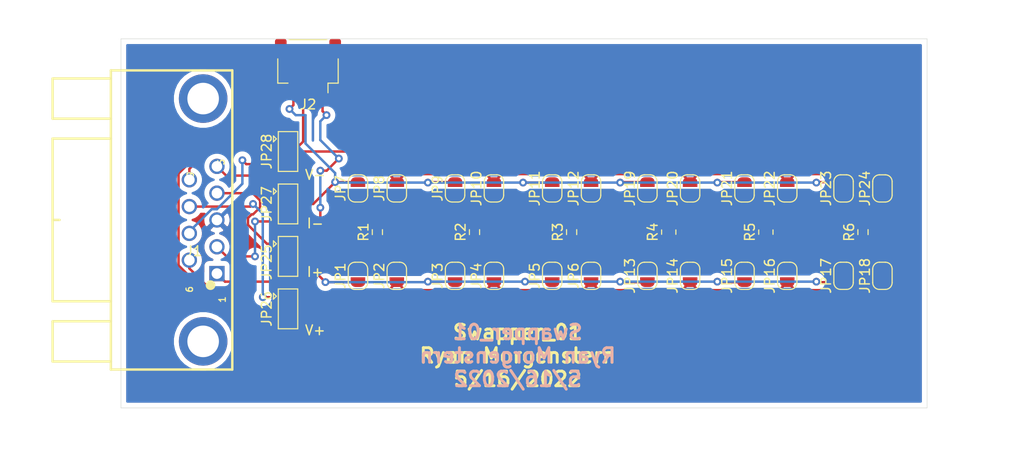
<source format=kicad_pcb>
(kicad_pcb (version 20171130) (host pcbnew "(5.1.10)-1")

  (general
    (thickness 1.6)
    (drawings 10)
    (tracks 220)
    (zones 0)
    (modules 36)
    (nets 26)
  )

  (page A4)
  (layers
    (0 F.Cu signal)
    (31 B.Cu signal)
    (32 B.Adhes user)
    (33 F.Adhes user)
    (34 B.Paste user)
    (35 F.Paste user)
    (36 B.SilkS user)
    (37 F.SilkS user)
    (38 B.Mask user)
    (39 F.Mask user)
    (40 Dwgs.User user)
    (41 Cmts.User user)
    (42 Eco1.User user)
    (43 Eco2.User user)
    (44 Edge.Cuts user)
    (45 Margin user)
    (46 B.CrtYd user)
    (47 F.CrtYd user)
    (48 B.Fab user)
    (49 F.Fab user)
  )

  (setup
    (last_trace_width 0.25)
    (trace_clearance 0.2)
    (zone_clearance 0.508)
    (zone_45_only no)
    (trace_min 0.2)
    (via_size 0.8)
    (via_drill 0.4)
    (via_min_size 0.4)
    (via_min_drill 0.3)
    (uvia_size 0.3)
    (uvia_drill 0.1)
    (uvias_allowed no)
    (uvia_min_size 0.2)
    (uvia_min_drill 0.1)
    (edge_width 0.05)
    (segment_width 0.2)
    (pcb_text_width 0.3)
    (pcb_text_size 1.5 1.5)
    (mod_edge_width 0.12)
    (mod_text_size 1 1)
    (mod_text_width 0.15)
    (pad_size 5 5)
    (pad_drill 3.25)
    (pad_to_mask_clearance 0)
    (aux_axis_origin 0 0)
    (visible_elements 7FFFFFFF)
    (pcbplotparams
      (layerselection 0x010fc_ffffffff)
      (usegerberextensions false)
      (usegerberattributes true)
      (usegerberadvancedattributes true)
      (creategerberjobfile true)
      (excludeedgelayer true)
      (linewidth 0.100000)
      (plotframeref false)
      (viasonmask false)
      (mode 1)
      (useauxorigin false)
      (hpglpennumber 1)
      (hpglpenspeed 20)
      (hpglpendiameter 15.000000)
      (psnegative false)
      (psa4output false)
      (plotreference true)
      (plotvalue true)
      (plotinvisibletext false)
      (padsonsilk false)
      (subtractmaskfromsilk false)
      (outputformat 1)
      (mirror false)
      (drillshape 0)
      (scaleselection 1)
      (outputdirectory "Gerber/"))
  )

  (net 0 "")
  (net 1 /I-)
  (net 2 /I+)
  (net 3 /V-)
  (net 4 /V+)
  (net 5 GNDS)
  (net 6 "Net-(JP1-Pad2)")
  (net 7 "Net-(JP3-Pad2)")
  (net 8 "Net-(JP13-Pad2)")
  (net 9 "Net-(JP10-Pad1)")
  (net 10 "Net-(JP17-Pad2)")
  (net 11 "Net-(JP5-Pad2)")
  (net 12 "Net-(JP7-Pad1)")
  (net 13 "Net-(JP11-Pad1)")
  (net 14 "Net-(JP15-Pad2)")
  (net 15 "Net-(JP19-Pad1)")
  (net 16 "Net-(JP21-Pad1)")
  (net 17 "Net-(JP23-Pad1)")
  (net 18 /I-_2)
  (net 19 /I+_2)
  (net 20 /V-_2)
  (net 21 /V+_2)
  (net 22 /I_in)
  (net 23 /V_in)
  (net 24 /I_out)
  (net 25 /V_out)

  (net_class Default "This is the default net class."
    (clearance 0.2)
    (trace_width 0.25)
    (via_dia 0.8)
    (via_drill 0.4)
    (uvia_dia 0.3)
    (uvia_drill 0.1)
    (add_net /I+)
    (add_net /I+_2)
    (add_net /I-)
    (add_net /I-_2)
    (add_net /I_in)
    (add_net /I_out)
    (add_net /V+)
    (add_net /V+_2)
    (add_net /V-)
    (add_net /V-_2)
    (add_net /V_in)
    (add_net /V_out)
    (add_net GNDS)
    (add_net "Net-(JP1-Pad2)")
    (add_net "Net-(JP10-Pad1)")
    (add_net "Net-(JP11-Pad1)")
    (add_net "Net-(JP13-Pad2)")
    (add_net "Net-(JP15-Pad2)")
    (add_net "Net-(JP17-Pad2)")
    (add_net "Net-(JP19-Pad1)")
    (add_net "Net-(JP21-Pad1)")
    (add_net "Net-(JP23-Pad1)")
    (add_net "Net-(JP3-Pad2)")
    (add_net "Net-(JP5-Pad2)")
    (add_net "Net-(JP7-Pad1)")
  )

  (module Connector_JST:JST_SH_SM04B-SRSS-TB_1x04-1MP_P1.00mm_Horizontal (layer F.Cu) (tedit 5B78AD87) (tstamp 627CA97A)
    (at 8.255 -22.225 180)
    (descr "JST SH series connector, SM04B-SRSS-TB (http://www.jst-mfg.com/product/pdf/eng/eSH.pdf), generated with kicad-footprint-generator")
    (tags "connector JST SH top entry")
    (path /627D0DE6)
    (attr smd)
    (fp_text reference J2 (at 0 -3.98) (layer F.SilkS)
      (effects (font (size 1 1) (thickness 0.15)))
    )
    (fp_text value Conn_01x04 (at 0 3.98) (layer F.Fab)
      (effects (font (size 1 1) (thickness 0.15)))
    )
    (fp_line (start -1.5 -0.967893) (end -1 -1.675) (layer F.Fab) (width 0.1))
    (fp_line (start -2 -1.675) (end -1.5 -0.967893) (layer F.Fab) (width 0.1))
    (fp_line (start 3.9 -3.28) (end -3.9 -3.28) (layer F.CrtYd) (width 0.05))
    (fp_line (start 3.9 3.28) (end 3.9 -3.28) (layer F.CrtYd) (width 0.05))
    (fp_line (start -3.9 3.28) (end 3.9 3.28) (layer F.CrtYd) (width 0.05))
    (fp_line (start -3.9 -3.28) (end -3.9 3.28) (layer F.CrtYd) (width 0.05))
    (fp_line (start 3 -1.675) (end 3 2.575) (layer F.Fab) (width 0.1))
    (fp_line (start -3 -1.675) (end -3 2.575) (layer F.Fab) (width 0.1))
    (fp_line (start -3 2.575) (end 3 2.575) (layer F.Fab) (width 0.1))
    (fp_line (start -1.94 2.685) (end 1.94 2.685) (layer F.SilkS) (width 0.12))
    (fp_line (start 3.11 -1.785) (end 2.06 -1.785) (layer F.SilkS) (width 0.12))
    (fp_line (start 3.11 0.715) (end 3.11 -1.785) (layer F.SilkS) (width 0.12))
    (fp_line (start -2.06 -1.785) (end -2.06 -2.775) (layer F.SilkS) (width 0.12))
    (fp_line (start -3.11 -1.785) (end -2.06 -1.785) (layer F.SilkS) (width 0.12))
    (fp_line (start -3.11 0.715) (end -3.11 -1.785) (layer F.SilkS) (width 0.12))
    (fp_line (start -3 -1.675) (end 3 -1.675) (layer F.Fab) (width 0.1))
    (fp_text user %R (at 0 0) (layer F.Fab)
      (effects (font (size 1 1) (thickness 0.15)))
    )
    (pad 1 smd roundrect (at -1.5 -2 180) (size 0.6 1.55) (layers F.Cu F.Paste F.Mask) (roundrect_rratio 0.25)
      (net 22 /I_in))
    (pad 2 smd roundrect (at -0.5 -2 180) (size 0.6 1.55) (layers F.Cu F.Paste F.Mask) (roundrect_rratio 0.25)
      (net 23 /V_in))
    (pad 3 smd roundrect (at 0.5 -2 180) (size 0.6 1.55) (layers F.Cu F.Paste F.Mask) (roundrect_rratio 0.25)
      (net 25 /V_out))
    (pad 4 smd roundrect (at 1.5 -2 180) (size 0.6 1.55) (layers F.Cu F.Paste F.Mask) (roundrect_rratio 0.25)
      (net 24 /I_out))
    (pad MP smd roundrect (at -2.8 1.875 180) (size 1.2 1.8) (layers F.Cu F.Paste F.Mask) (roundrect_rratio 0.2083325))
    (pad MP smd roundrect (at 2.8 1.875 180) (size 1.2 1.8) (layers F.Cu F.Paste F.Mask) (roundrect_rratio 0.2083325))
    (model ${KISYS3DMOD}/Connector_JST.3dshapes/JST_SH_SM04B-SRSS-TB_1x04-1MP_P1.00mm_Horizontal.wrl
      (at (xyz 0 0 0))
      (scale (xyz 1 1 1))
      (rotate (xyz 0 0 0))
    )
  )

  (module Jumper:SolderJumper-3_P1.3mm_Open_Pad1.0x1.5mm (layer F.Cu) (tedit 5A3F8BB2) (tstamp 627A2D51)
    (at 6.2 -2.6 270)
    (descr "SMD Solder 3-pad Jumper, 1x1.5mm Pads, 0.3mm gap, open")
    (tags "solder jumper open")
    (path /62803E25)
    (attr virtual)
    (fp_text reference JP25 (at 0.6 2.2 90) (layer F.SilkS)
      (effects (font (size 1 1) (thickness 0.15)))
    )
    (fp_text value Jumper_3_Open (at 0 2 90) (layer F.Fab)
      (effects (font (size 1 1) (thickness 0.15)))
    )
    (fp_line (start -1.3 1.2) (end -1 1.5) (layer F.SilkS) (width 0.12))
    (fp_line (start -1.6 1.5) (end -1 1.5) (layer F.SilkS) (width 0.12))
    (fp_line (start -1.3 1.2) (end -1.6 1.5) (layer F.SilkS) (width 0.12))
    (fp_line (start -2.05 1) (end -2.05 -1) (layer F.SilkS) (width 0.12))
    (fp_line (start 2.05 1) (end -2.05 1) (layer F.SilkS) (width 0.12))
    (fp_line (start 2.05 -1) (end 2.05 1) (layer F.SilkS) (width 0.12))
    (fp_line (start -2.05 -1) (end 2.05 -1) (layer F.SilkS) (width 0.12))
    (fp_line (start -2.3 -1.25) (end 2.3 -1.25) (layer F.CrtYd) (width 0.05))
    (fp_line (start -2.3 -1.25) (end -2.3 1.25) (layer F.CrtYd) (width 0.05))
    (fp_line (start 2.3 1.25) (end 2.3 -1.25) (layer F.CrtYd) (width 0.05))
    (fp_line (start 2.3 1.25) (end -2.3 1.25) (layer F.CrtYd) (width 0.05))
    (pad 1 smd rect (at -1.3 0 270) (size 1 1.5) (layers F.Cu F.Mask)
      (net 19 /I+_2))
    (pad 2 smd rect (at 0 0 270) (size 1 1.5) (layers F.Cu F.Mask)
      (net 22 /I_in))
    (pad 3 smd rect (at 1.3 0 270) (size 1 1.5) (layers F.Cu F.Mask)
      (net 2 /I+))
  )

  (module Jumper:SolderJumper-3_P1.3mm_Open_Pad1.0x1.5mm (layer F.Cu) (tedit 5A3F8BB2) (tstamp 627A1814)
    (at 6.2 -13.4 270)
    (descr "SMD Solder 3-pad Jumper, 1x1.5mm Pads, 0.3mm gap, open")
    (tags "solder jumper open")
    (path /628097E7)
    (attr virtual)
    (fp_text reference JP28 (at 0 2.2 90) (layer F.SilkS)
      (effects (font (size 1 1) (thickness 0.15)))
    )
    (fp_text value Jumper_3_Open (at 0 2 90) (layer F.Fab)
      (effects (font (size 1 1) (thickness 0.15)))
    )
    (fp_line (start -1.3 1.2) (end -1 1.5) (layer F.SilkS) (width 0.12))
    (fp_line (start -1.6 1.5) (end -1 1.5) (layer F.SilkS) (width 0.12))
    (fp_line (start -1.3 1.2) (end -1.6 1.5) (layer F.SilkS) (width 0.12))
    (fp_line (start -2.05 1) (end -2.05 -1) (layer F.SilkS) (width 0.12))
    (fp_line (start 2.05 1) (end -2.05 1) (layer F.SilkS) (width 0.12))
    (fp_line (start 2.05 -1) (end 2.05 1) (layer F.SilkS) (width 0.12))
    (fp_line (start -2.05 -1) (end 2.05 -1) (layer F.SilkS) (width 0.12))
    (fp_line (start -2.3 -1.25) (end 2.3 -1.25) (layer F.CrtYd) (width 0.05))
    (fp_line (start -2.3 -1.25) (end -2.3 1.25) (layer F.CrtYd) (width 0.05))
    (fp_line (start 2.3 1.25) (end 2.3 -1.25) (layer F.CrtYd) (width 0.05))
    (fp_line (start 2.3 1.25) (end -2.3 1.25) (layer F.CrtYd) (width 0.05))
    (pad 1 smd rect (at -1.3 0 270) (size 1 1.5) (layers F.Cu F.Mask)
      (net 20 /V-_2))
    (pad 2 smd rect (at 0 0 270) (size 1 1.5) (layers F.Cu F.Mask)
      (net 25 /V_out))
    (pad 3 smd rect (at 1.3 0 270) (size 1 1.5) (layers F.Cu F.Mask)
      (net 3 /V-))
  )

  (module Jumper:SolderJumper-3_P1.3mm_Open_Pad1.0x1.5mm (layer F.Cu) (tedit 5A3F8BB2) (tstamp 627A1802)
    (at 6.2 -8 270)
    (descr "SMD Solder 3-pad Jumper, 1x1.5mm Pads, 0.3mm gap, open")
    (tags "solder jumper open")
    (path /62808ECD)
    (attr virtual)
    (fp_text reference JP27 (at 0 2.2 90) (layer F.SilkS)
      (effects (font (size 1 1) (thickness 0.15)))
    )
    (fp_text value Jumper_3_Open (at 0 2 90) (layer F.Fab)
      (effects (font (size 1 1) (thickness 0.15)))
    )
    (fp_line (start -1.3 1.2) (end -1 1.5) (layer F.SilkS) (width 0.12))
    (fp_line (start -1.6 1.5) (end -1 1.5) (layer F.SilkS) (width 0.12))
    (fp_line (start -1.3 1.2) (end -1.6 1.5) (layer F.SilkS) (width 0.12))
    (fp_line (start -2.05 1) (end -2.05 -1) (layer F.SilkS) (width 0.12))
    (fp_line (start 2.05 1) (end -2.05 1) (layer F.SilkS) (width 0.12))
    (fp_line (start 2.05 -1) (end 2.05 1) (layer F.SilkS) (width 0.12))
    (fp_line (start -2.05 -1) (end 2.05 -1) (layer F.SilkS) (width 0.12))
    (fp_line (start -2.3 -1.25) (end 2.3 -1.25) (layer F.CrtYd) (width 0.05))
    (fp_line (start -2.3 -1.25) (end -2.3 1.25) (layer F.CrtYd) (width 0.05))
    (fp_line (start 2.3 1.25) (end 2.3 -1.25) (layer F.CrtYd) (width 0.05))
    (fp_line (start 2.3 1.25) (end -2.3 1.25) (layer F.CrtYd) (width 0.05))
    (pad 1 smd rect (at -1.3 0 270) (size 1 1.5) (layers F.Cu F.Mask)
      (net 18 /I-_2))
    (pad 2 smd rect (at 0 0 270) (size 1 1.5) (layers F.Cu F.Mask)
      (net 24 /I_out))
    (pad 3 smd rect (at 1.3 0 270) (size 1 1.5) (layers F.Cu F.Mask)
      (net 1 /I-))
  )

  (module Jumper:SolderJumper-3_P1.3mm_Open_Pad1.0x1.5mm (layer F.Cu) (tedit 5A3F8BB2) (tstamp 627A17F0)
    (at 6.2 2.8 270)
    (descr "SMD Solder 3-pad Jumper, 1x1.5mm Pads, 0.3mm gap, open")
    (tags "solder jumper open")
    (path /6280857B)
    (attr virtual)
    (fp_text reference JP26 (at 0 2.2 90) (layer F.SilkS)
      (effects (font (size 1 1) (thickness 0.15)))
    )
    (fp_text value Jumper_3_Open (at 0 2 90) (layer F.Fab)
      (effects (font (size 1 1) (thickness 0.15)))
    )
    (fp_line (start -1.3 1.2) (end -1 1.5) (layer F.SilkS) (width 0.12))
    (fp_line (start -1.6 1.5) (end -1 1.5) (layer F.SilkS) (width 0.12))
    (fp_line (start -1.3 1.2) (end -1.6 1.5) (layer F.SilkS) (width 0.12))
    (fp_line (start -2.05 1) (end -2.05 -1) (layer F.SilkS) (width 0.12))
    (fp_line (start 2.05 1) (end -2.05 1) (layer F.SilkS) (width 0.12))
    (fp_line (start 2.05 -1) (end 2.05 1) (layer F.SilkS) (width 0.12))
    (fp_line (start -2.05 -1) (end 2.05 -1) (layer F.SilkS) (width 0.12))
    (fp_line (start -2.3 -1.25) (end 2.3 -1.25) (layer F.CrtYd) (width 0.05))
    (fp_line (start -2.3 -1.25) (end -2.3 1.25) (layer F.CrtYd) (width 0.05))
    (fp_line (start 2.3 1.25) (end 2.3 -1.25) (layer F.CrtYd) (width 0.05))
    (fp_line (start 2.3 1.25) (end -2.3 1.25) (layer F.CrtYd) (width 0.05))
    (pad 1 smd rect (at -1.3 0 270) (size 1 1.5) (layers F.Cu F.Mask)
      (net 21 /V+_2))
    (pad 2 smd rect (at 0 0 270) (size 1 1.5) (layers F.Cu F.Mask)
      (net 23 /V_in))
    (pad 3 smd rect (at 1.3 0 270) (size 1 1.5) (layers F.Cu F.Mask)
      (net 4 /V+))
  )

  (module Resistor_SMD:R_0603_1608Metric_Pad0.98x0.95mm_HandSolder (layer F.Cu) (tedit 5F68FEEE) (tstamp 6279F04C)
    (at 65.4 -5.1 90)
    (descr "Resistor SMD 0603 (1608 Metric), square (rectangular) end terminal, IPC_7351 nominal with elongated pad for handsoldering. (Body size source: IPC-SM-782 page 72, https://www.pcb-3d.com/wordpress/wp-content/uploads/ipc-sm-782a_amendment_1_and_2.pdf), generated with kicad-footprint-generator")
    (tags "resistor handsolder")
    (path /6290B5BE)
    (attr smd)
    (fp_text reference R6 (at 0 -1.43 90) (layer F.SilkS)
      (effects (font (size 1 1) (thickness 0.15)))
    )
    (fp_text value 200K (at 0 1.43 90) (layer F.Fab)
      (effects (font (size 1 1) (thickness 0.15)))
    )
    (fp_line (start -0.8 0.4125) (end -0.8 -0.4125) (layer F.Fab) (width 0.1))
    (fp_line (start -0.8 -0.4125) (end 0.8 -0.4125) (layer F.Fab) (width 0.1))
    (fp_line (start 0.8 -0.4125) (end 0.8 0.4125) (layer F.Fab) (width 0.1))
    (fp_line (start 0.8 0.4125) (end -0.8 0.4125) (layer F.Fab) (width 0.1))
    (fp_line (start -0.254724 -0.5225) (end 0.254724 -0.5225) (layer F.SilkS) (width 0.12))
    (fp_line (start -0.254724 0.5225) (end 0.254724 0.5225) (layer F.SilkS) (width 0.12))
    (fp_line (start -1.65 0.73) (end -1.65 -0.73) (layer F.CrtYd) (width 0.05))
    (fp_line (start -1.65 -0.73) (end 1.65 -0.73) (layer F.CrtYd) (width 0.05))
    (fp_line (start 1.65 -0.73) (end 1.65 0.73) (layer F.CrtYd) (width 0.05))
    (fp_line (start 1.65 0.73) (end -1.65 0.73) (layer F.CrtYd) (width 0.05))
    (fp_text user %R (at 0 0 90) (layer F.Fab)
      (effects (font (size 0.4 0.4) (thickness 0.06)))
    )
    (pad 2 smd roundrect (at 0.9125 0 90) (size 0.975 0.95) (layers F.Cu F.Paste F.Mask) (roundrect_rratio 0.25)
      (net 17 "Net-(JP23-Pad1)"))
    (pad 1 smd roundrect (at -0.9125 0 90) (size 0.975 0.95) (layers F.Cu F.Paste F.Mask) (roundrect_rratio 0.25)
      (net 10 "Net-(JP17-Pad2)"))
    (model ${KISYS3DMOD}/Resistor_SMD.3dshapes/R_0603_1608Metric.wrl
      (at (xyz 0 0 0))
      (scale (xyz 1 1 1))
      (rotate (xyz 0 0 0))
    )
  )

  (module Resistor_SMD:R_0603_1608Metric_Pad0.98x0.95mm_HandSolder (layer F.Cu) (tedit 5F68FEEE) (tstamp 6279F01C)
    (at 35.4 -5.1 90)
    (descr "Resistor SMD 0603 (1608 Metric), square (rectangular) end terminal, IPC_7351 nominal with elongated pad for handsoldering. (Body size source: IPC-SM-782 page 72, https://www.pcb-3d.com/wordpress/wp-content/uploads/ipc-sm-782a_amendment_1_and_2.pdf), generated with kicad-footprint-generator")
    (tags "resistor handsolder")
    (path /62907B46)
    (attr smd)
    (fp_text reference R3 (at 0 -1.43 90) (layer F.SilkS)
      (effects (font (size 1 1) (thickness 0.15)))
    )
    (fp_text value 140K (at 0 1.43 90) (layer F.Fab)
      (effects (font (size 1 1) (thickness 0.15)))
    )
    (fp_line (start -0.8 0.4125) (end -0.8 -0.4125) (layer F.Fab) (width 0.1))
    (fp_line (start -0.8 -0.4125) (end 0.8 -0.4125) (layer F.Fab) (width 0.1))
    (fp_line (start 0.8 -0.4125) (end 0.8 0.4125) (layer F.Fab) (width 0.1))
    (fp_line (start 0.8 0.4125) (end -0.8 0.4125) (layer F.Fab) (width 0.1))
    (fp_line (start -0.254724 -0.5225) (end 0.254724 -0.5225) (layer F.SilkS) (width 0.12))
    (fp_line (start -0.254724 0.5225) (end 0.254724 0.5225) (layer F.SilkS) (width 0.12))
    (fp_line (start -1.65 0.73) (end -1.65 -0.73) (layer F.CrtYd) (width 0.05))
    (fp_line (start -1.65 -0.73) (end 1.65 -0.73) (layer F.CrtYd) (width 0.05))
    (fp_line (start 1.65 -0.73) (end 1.65 0.73) (layer F.CrtYd) (width 0.05))
    (fp_line (start 1.65 0.73) (end -1.65 0.73) (layer F.CrtYd) (width 0.05))
    (fp_text user %R (at 0 0 90) (layer F.Fab)
      (effects (font (size 0.4 0.4) (thickness 0.06)))
    )
    (pad 2 smd roundrect (at 0.9125 0 90) (size 0.975 0.95) (layers F.Cu F.Paste F.Mask) (roundrect_rratio 0.25)
      (net 13 "Net-(JP11-Pad1)"))
    (pad 1 smd roundrect (at -0.9125 0 90) (size 0.975 0.95) (layers F.Cu F.Paste F.Mask) (roundrect_rratio 0.25)
      (net 11 "Net-(JP5-Pad2)"))
    (model ${KISYS3DMOD}/Resistor_SMD.3dshapes/R_0603_1608Metric.wrl
      (at (xyz 0 0 0))
      (scale (xyz 1 1 1))
      (rotate (xyz 0 0 0))
    )
  )

  (module Resistor_SMD:R_0805_2012Metric_Pad1.20x1.40mm_HandSolder (layer F.Cu) (tedit 5F68FEEE) (tstamp 6279F0AC)
    (at 55.4 -5.1 90)
    (descr "Resistor SMD 0805 (2012 Metric), square (rectangular) end terminal, IPC_7351 nominal with elongated pad for handsoldering. (Body size source: IPC-SM-782 page 72, https://www.pcb-3d.com/wordpress/wp-content/uploads/ipc-sm-782a_amendment_1_and_2.pdf), generated with kicad-footprint-generator")
    (tags "resistor handsolder")
    (path /6290A76A)
    (attr smd)
    (fp_text reference R5 (at 0 -1.65 90) (layer F.SilkS)
      (effects (font (size 1 1) (thickness 0.15)))
    )
    (fp_text value 180K (at 0 1.65 90) (layer F.Fab)
      (effects (font (size 1 1) (thickness 0.15)))
    )
    (fp_line (start -1 0.625) (end -1 -0.625) (layer F.Fab) (width 0.1))
    (fp_line (start -1 -0.625) (end 1 -0.625) (layer F.Fab) (width 0.1))
    (fp_line (start 1 -0.625) (end 1 0.625) (layer F.Fab) (width 0.1))
    (fp_line (start 1 0.625) (end -1 0.625) (layer F.Fab) (width 0.1))
    (fp_line (start -0.227064 -0.735) (end 0.227064 -0.735) (layer F.SilkS) (width 0.12))
    (fp_line (start -0.227064 0.735) (end 0.227064 0.735) (layer F.SilkS) (width 0.12))
    (fp_line (start -1.85 0.95) (end -1.85 -0.95) (layer F.CrtYd) (width 0.05))
    (fp_line (start -1.85 -0.95) (end 1.85 -0.95) (layer F.CrtYd) (width 0.05))
    (fp_line (start 1.85 -0.95) (end 1.85 0.95) (layer F.CrtYd) (width 0.05))
    (fp_line (start 1.85 0.95) (end -1.85 0.95) (layer F.CrtYd) (width 0.05))
    (fp_text user %R (at 0 0 90) (layer F.Fab)
      (effects (font (size 0.5 0.5) (thickness 0.08)))
    )
    (pad 2 smd roundrect (at 1 0 90) (size 1.2 1.4) (layers F.Cu F.Paste F.Mask) (roundrect_rratio 0.2083325)
      (net 16 "Net-(JP21-Pad1)"))
    (pad 1 smd roundrect (at -1 0 90) (size 1.2 1.4) (layers F.Cu F.Paste F.Mask) (roundrect_rratio 0.2083325)
      (net 14 "Net-(JP15-Pad2)"))
    (model ${KISYS3DMOD}/Resistor_SMD.3dshapes/R_0805_2012Metric.wrl
      (at (xyz 0 0 0))
      (scale (xyz 1 1 1))
      (rotate (xyz 0 0 0))
    )
  )

  (module Resistor_SMD:R_0603_1608Metric_Pad0.98x0.95mm_HandSolder (layer F.Cu) (tedit 5F68FEEE) (tstamp 6279F0DC)
    (at 25.4 -5.1 90)
    (descr "Resistor SMD 0603 (1608 Metric), square (rectangular) end terminal, IPC_7351 nominal with elongated pad for handsoldering. (Body size source: IPC-SM-782 page 72, https://www.pcb-3d.com/wordpress/wp-content/uploads/ipc-sm-782a_amendment_1_and_2.pdf), generated with kicad-footprint-generator")
    (tags "resistor handsolder")
    (path /62906734)
    (attr smd)
    (fp_text reference R2 (at 0 -1.43 90) (layer F.SilkS)
      (effects (font (size 1 1) (thickness 0.15)))
    )
    (fp_text value 120K (at 0 1.43 90) (layer F.Fab)
      (effects (font (size 1 1) (thickness 0.15)))
    )
    (fp_line (start -0.8 0.4125) (end -0.8 -0.4125) (layer F.Fab) (width 0.1))
    (fp_line (start -0.8 -0.4125) (end 0.8 -0.4125) (layer F.Fab) (width 0.1))
    (fp_line (start 0.8 -0.4125) (end 0.8 0.4125) (layer F.Fab) (width 0.1))
    (fp_line (start 0.8 0.4125) (end -0.8 0.4125) (layer F.Fab) (width 0.1))
    (fp_line (start -0.254724 -0.5225) (end 0.254724 -0.5225) (layer F.SilkS) (width 0.12))
    (fp_line (start -0.254724 0.5225) (end 0.254724 0.5225) (layer F.SilkS) (width 0.12))
    (fp_line (start -1.65 0.73) (end -1.65 -0.73) (layer F.CrtYd) (width 0.05))
    (fp_line (start -1.65 -0.73) (end 1.65 -0.73) (layer F.CrtYd) (width 0.05))
    (fp_line (start 1.65 -0.73) (end 1.65 0.73) (layer F.CrtYd) (width 0.05))
    (fp_line (start 1.65 0.73) (end -1.65 0.73) (layer F.CrtYd) (width 0.05))
    (fp_text user %R (at 0 0 90) (layer F.Fab)
      (effects (font (size 0.4 0.4) (thickness 0.06)))
    )
    (pad 2 smd roundrect (at 0.9125 0 90) (size 0.975 0.95) (layers F.Cu F.Paste F.Mask) (roundrect_rratio 0.25)
      (net 9 "Net-(JP10-Pad1)"))
    (pad 1 smd roundrect (at -0.9125 0 90) (size 0.975 0.95) (layers F.Cu F.Paste F.Mask) (roundrect_rratio 0.25)
      (net 7 "Net-(JP3-Pad2)"))
    (model ${KISYS3DMOD}/Resistor_SMD.3dshapes/R_0603_1608Metric.wrl
      (at (xyz 0 0 0))
      (scale (xyz 1 1 1))
      (rotate (xyz 0 0 0))
    )
  )

  (module Resistor_SMD:R_0805_2012Metric_Pad1.20x1.40mm_HandSolder (layer F.Cu) (tedit 5F68FEEE) (tstamp 6279EFEC)
    (at 45.4 -5.1 90)
    (descr "Resistor SMD 0805 (2012 Metric), square (rectangular) end terminal, IPC_7351 nominal with elongated pad for handsoldering. (Body size source: IPC-SM-782 page 72, https://www.pcb-3d.com/wordpress/wp-content/uploads/ipc-sm-782a_amendment_1_and_2.pdf), generated with kicad-footprint-generator")
    (tags "resistor handsolder")
    (path /62909508)
    (attr smd)
    (fp_text reference R4 (at 0 -1.65 90) (layer F.SilkS)
      (effects (font (size 1 1) (thickness 0.15)))
    )
    (fp_text value 160K (at 0 1.65 90) (layer F.Fab)
      (effects (font (size 1 1) (thickness 0.15)))
    )
    (fp_line (start -1 0.625) (end -1 -0.625) (layer F.Fab) (width 0.1))
    (fp_line (start -1 -0.625) (end 1 -0.625) (layer F.Fab) (width 0.1))
    (fp_line (start 1 -0.625) (end 1 0.625) (layer F.Fab) (width 0.1))
    (fp_line (start 1 0.625) (end -1 0.625) (layer F.Fab) (width 0.1))
    (fp_line (start -0.227064 -0.735) (end 0.227064 -0.735) (layer F.SilkS) (width 0.12))
    (fp_line (start -0.227064 0.735) (end 0.227064 0.735) (layer F.SilkS) (width 0.12))
    (fp_line (start -1.85 0.95) (end -1.85 -0.95) (layer F.CrtYd) (width 0.05))
    (fp_line (start -1.85 -0.95) (end 1.85 -0.95) (layer F.CrtYd) (width 0.05))
    (fp_line (start 1.85 -0.95) (end 1.85 0.95) (layer F.CrtYd) (width 0.05))
    (fp_line (start 1.85 0.95) (end -1.85 0.95) (layer F.CrtYd) (width 0.05))
    (fp_text user %R (at 0 0 90) (layer F.Fab)
      (effects (font (size 0.5 0.5) (thickness 0.08)))
    )
    (pad 2 smd roundrect (at 1 0 90) (size 1.2 1.4) (layers F.Cu F.Paste F.Mask) (roundrect_rratio 0.2083325)
      (net 15 "Net-(JP19-Pad1)"))
    (pad 1 smd roundrect (at -1 0 90) (size 1.2 1.4) (layers F.Cu F.Paste F.Mask) (roundrect_rratio 0.2083325)
      (net 8 "Net-(JP13-Pad2)"))
    (model ${KISYS3DMOD}/Resistor_SMD.3dshapes/R_0805_2012Metric.wrl
      (at (xyz 0 0 0))
      (scale (xyz 1 1 1))
      (rotate (xyz 0 0 0))
    )
  )

  (module Resistor_SMD:R_0603_1608Metric_Pad0.98x0.95mm_HandSolder (layer F.Cu) (tedit 5F68FEEE) (tstamp 6279F07C)
    (at 15.4 -5.1 90)
    (descr "Resistor SMD 0603 (1608 Metric), square (rectangular) end terminal, IPC_7351 nominal with elongated pad for handsoldering. (Body size source: IPC-SM-782 page 72, https://www.pcb-3d.com/wordpress/wp-content/uploads/ipc-sm-782a_amendment_1_and_2.pdf), generated with kicad-footprint-generator")
    (tags "resistor handsolder")
    (path /62900A6C)
    (attr smd)
    (fp_text reference R1 (at 0 -1.43 90) (layer F.SilkS)
      (effects (font (size 1 1) (thickness 0.15)))
    )
    (fp_text value 100K (at 0 1.43 90) (layer F.Fab)
      (effects (font (size 1 1) (thickness 0.15)))
    )
    (fp_line (start -0.8 0.4125) (end -0.8 -0.4125) (layer F.Fab) (width 0.1))
    (fp_line (start -0.8 -0.4125) (end 0.8 -0.4125) (layer F.Fab) (width 0.1))
    (fp_line (start 0.8 -0.4125) (end 0.8 0.4125) (layer F.Fab) (width 0.1))
    (fp_line (start 0.8 0.4125) (end -0.8 0.4125) (layer F.Fab) (width 0.1))
    (fp_line (start -0.254724 -0.5225) (end 0.254724 -0.5225) (layer F.SilkS) (width 0.12))
    (fp_line (start -0.254724 0.5225) (end 0.254724 0.5225) (layer F.SilkS) (width 0.12))
    (fp_line (start -1.65 0.73) (end -1.65 -0.73) (layer F.CrtYd) (width 0.05))
    (fp_line (start -1.65 -0.73) (end 1.65 -0.73) (layer F.CrtYd) (width 0.05))
    (fp_line (start 1.65 -0.73) (end 1.65 0.73) (layer F.CrtYd) (width 0.05))
    (fp_line (start 1.65 0.73) (end -1.65 0.73) (layer F.CrtYd) (width 0.05))
    (fp_text user %R (at 0 0 90) (layer F.Fab)
      (effects (font (size 0.4 0.4) (thickness 0.06)))
    )
    (pad 2 smd roundrect (at 0.9125 0 90) (size 0.975 0.95) (layers F.Cu F.Paste F.Mask) (roundrect_rratio 0.25)
      (net 12 "Net-(JP7-Pad1)"))
    (pad 1 smd roundrect (at -0.9125 0 90) (size 0.975 0.95) (layers F.Cu F.Paste F.Mask) (roundrect_rratio 0.25)
      (net 6 "Net-(JP1-Pad2)"))
    (model ${KISYS3DMOD}/Resistor_SMD.3dshapes/R_0603_1608Metric.wrl
      (at (xyz 0 0 0))
      (scale (xyz 1 1 1))
      (rotate (xyz 0 0 0))
    )
  )

  (module Jumper:SolderJumper-2_P1.3mm_Open_RoundedPad1.0x1.5mm (layer F.Cu) (tedit 5B391E66) (tstamp 6279DB2E)
    (at 67.4 -9.6 90)
    (descr "SMD Solder Jumper, 1x1.5mm, rounded Pads, 0.3mm gap, open")
    (tags "solder jumper open")
    (path /6294A5DB)
    (attr virtual)
    (fp_text reference JP24 (at 0 -1.8 90) (layer F.SilkS)
      (effects (font (size 1 1) (thickness 0.15)))
    )
    (fp_text value Jumper (at 0 1.9 90) (layer F.Fab)
      (effects (font (size 1 1) (thickness 0.15)))
    )
    (fp_line (start -1.4 0.3) (end -1.4 -0.3) (layer F.SilkS) (width 0.12))
    (fp_line (start 0.7 1) (end -0.7 1) (layer F.SilkS) (width 0.12))
    (fp_line (start 1.4 -0.3) (end 1.4 0.3) (layer F.SilkS) (width 0.12))
    (fp_line (start -0.7 -1) (end 0.7 -1) (layer F.SilkS) (width 0.12))
    (fp_line (start -1.65 -1.25) (end 1.65 -1.25) (layer F.CrtYd) (width 0.05))
    (fp_line (start -1.65 -1.25) (end -1.65 1.25) (layer F.CrtYd) (width 0.05))
    (fp_line (start 1.65 1.25) (end 1.65 -1.25) (layer F.CrtYd) (width 0.05))
    (fp_line (start 1.65 1.25) (end -1.65 1.25) (layer F.CrtYd) (width 0.05))
    (fp_arc (start -0.7 -0.3) (end -0.7 -1) (angle -90) (layer F.SilkS) (width 0.12))
    (fp_arc (start -0.7 0.3) (end -1.4 0.3) (angle -90) (layer F.SilkS) (width 0.12))
    (fp_arc (start 0.7 0.3) (end 0.7 1) (angle -90) (layer F.SilkS) (width 0.12))
    (fp_arc (start 0.7 -0.3) (end 1.4 -0.3) (angle -90) (layer F.SilkS) (width 0.12))
    (pad 2 smd custom (at 0.65 0 90) (size 1 0.5) (layers F.Cu F.Mask)
      (net 25 /V_out) (zone_connect 2)
      (options (clearance outline) (anchor rect))
      (primitives
        (gr_circle (center 0 0.25) (end 0.5 0.25) (width 0))
        (gr_circle (center 0 -0.25) (end 0.5 -0.25) (width 0))
        (gr_poly (pts
           (xy 0 -0.75) (xy -0.5 -0.75) (xy -0.5 0.75) (xy 0 0.75)) (width 0))
      ))
    (pad 1 smd custom (at -0.65 0 90) (size 1 0.5) (layers F.Cu F.Mask)
      (net 17 "Net-(JP23-Pad1)") (zone_connect 2)
      (options (clearance outline) (anchor rect))
      (primitives
        (gr_circle (center 0 0.25) (end 0.5 0.25) (width 0))
        (gr_circle (center 0 -0.25) (end 0.5 -0.25) (width 0))
        (gr_poly (pts
           (xy 0 -0.75) (xy 0.5 -0.75) (xy 0.5 0.75) (xy 0 0.75)) (width 0))
      ))
  )

  (module Jumper:SolderJumper-2_P1.3mm_Open_RoundedPad1.0x1.5mm (layer F.Cu) (tedit 5B391E66) (tstamp 6279DB1C)
    (at 67.4 -0.6 90)
    (descr "SMD Solder Jumper, 1x1.5mm, rounded Pads, 0.3mm gap, open")
    (tags "solder jumper open")
    (path /6294A5D5)
    (attr virtual)
    (fp_text reference JP18 (at 0 -1.8 90) (layer F.SilkS)
      (effects (font (size 1 1) (thickness 0.15)))
    )
    (fp_text value Jumper (at 0 1.9 90) (layer F.Fab)
      (effects (font (size 1 1) (thickness 0.15)))
    )
    (fp_line (start -1.4 0.3) (end -1.4 -0.3) (layer F.SilkS) (width 0.12))
    (fp_line (start 0.7 1) (end -0.7 1) (layer F.SilkS) (width 0.12))
    (fp_line (start 1.4 -0.3) (end 1.4 0.3) (layer F.SilkS) (width 0.12))
    (fp_line (start -0.7 -1) (end 0.7 -1) (layer F.SilkS) (width 0.12))
    (fp_line (start -1.65 -1.25) (end 1.65 -1.25) (layer F.CrtYd) (width 0.05))
    (fp_line (start -1.65 -1.25) (end -1.65 1.25) (layer F.CrtYd) (width 0.05))
    (fp_line (start 1.65 1.25) (end 1.65 -1.25) (layer F.CrtYd) (width 0.05))
    (fp_line (start 1.65 1.25) (end -1.65 1.25) (layer F.CrtYd) (width 0.05))
    (fp_arc (start -0.7 -0.3) (end -0.7 -1) (angle -90) (layer F.SilkS) (width 0.12))
    (fp_arc (start -0.7 0.3) (end -1.4 0.3) (angle -90) (layer F.SilkS) (width 0.12))
    (fp_arc (start 0.7 0.3) (end 0.7 1) (angle -90) (layer F.SilkS) (width 0.12))
    (fp_arc (start 0.7 -0.3) (end 1.4 -0.3) (angle -90) (layer F.SilkS) (width 0.12))
    (pad 2 smd custom (at 0.65 0 90) (size 1 0.5) (layers F.Cu F.Mask)
      (net 10 "Net-(JP17-Pad2)") (zone_connect 2)
      (options (clearance outline) (anchor rect))
      (primitives
        (gr_circle (center 0 0.25) (end 0.5 0.25) (width 0))
        (gr_circle (center 0 -0.25) (end 0.5 -0.25) (width 0))
        (gr_poly (pts
           (xy 0 -0.75) (xy -0.5 -0.75) (xy -0.5 0.75) (xy 0 0.75)) (width 0))
      ))
    (pad 1 smd custom (at -0.65 0 90) (size 1 0.5) (layers F.Cu F.Mask)
      (net 23 /V_in) (zone_connect 2)
      (options (clearance outline) (anchor rect))
      (primitives
        (gr_circle (center 0 0.25) (end 0.5 0.25) (width 0))
        (gr_circle (center 0 -0.25) (end 0.5 -0.25) (width 0))
        (gr_poly (pts
           (xy 0 -0.75) (xy 0.5 -0.75) (xy 0.5 0.75) (xy 0 0.75)) (width 0))
      ))
  )

  (module Jumper:SolderJumper-2_P1.3mm_Open_RoundedPad1.0x1.5mm (layer F.Cu) (tedit 5B391E66) (tstamp 6279FC9C)
    (at 37.4 -9.6 90)
    (descr "SMD Solder Jumper, 1x1.5mm, rounded Pads, 0.3mm gap, open")
    (tags "solder jumper open")
    (path /6290B5B7)
    (attr virtual)
    (fp_text reference JP12 (at 0 -1.8 90) (layer F.SilkS)
      (effects (font (size 1 1) (thickness 0.15)))
    )
    (fp_text value Jumper (at 0 1.9 90) (layer F.Fab)
      (effects (font (size 1 1) (thickness 0.15)))
    )
    (fp_line (start -1.4 0.3) (end -1.4 -0.3) (layer F.SilkS) (width 0.12))
    (fp_line (start 0.7 1) (end -0.7 1) (layer F.SilkS) (width 0.12))
    (fp_line (start 1.4 -0.3) (end 1.4 0.3) (layer F.SilkS) (width 0.12))
    (fp_line (start -0.7 -1) (end 0.7 -1) (layer F.SilkS) (width 0.12))
    (fp_line (start -1.65 -1.25) (end 1.65 -1.25) (layer F.CrtYd) (width 0.05))
    (fp_line (start -1.65 -1.25) (end -1.65 1.25) (layer F.CrtYd) (width 0.05))
    (fp_line (start 1.65 1.25) (end 1.65 -1.25) (layer F.CrtYd) (width 0.05))
    (fp_line (start 1.65 1.25) (end -1.65 1.25) (layer F.CrtYd) (width 0.05))
    (fp_arc (start -0.7 -0.3) (end -0.7 -1) (angle -90) (layer F.SilkS) (width 0.12))
    (fp_arc (start -0.7 0.3) (end -1.4 0.3) (angle -90) (layer F.SilkS) (width 0.12))
    (fp_arc (start 0.7 0.3) (end 0.7 1) (angle -90) (layer F.SilkS) (width 0.12))
    (fp_arc (start 0.7 -0.3) (end 1.4 -0.3) (angle -90) (layer F.SilkS) (width 0.12))
    (pad 2 smd custom (at 0.65 0 90) (size 1 0.5) (layers F.Cu F.Mask)
      (net 25 /V_out) (zone_connect 2)
      (options (clearance outline) (anchor rect))
      (primitives
        (gr_circle (center 0 0.25) (end 0.5 0.25) (width 0))
        (gr_circle (center 0 -0.25) (end 0.5 -0.25) (width 0))
        (gr_poly (pts
           (xy 0 -0.75) (xy -0.5 -0.75) (xy -0.5 0.75) (xy 0 0.75)) (width 0))
      ))
    (pad 1 smd custom (at -0.65 0 90) (size 1 0.5) (layers F.Cu F.Mask)
      (net 13 "Net-(JP11-Pad1)") (zone_connect 2)
      (options (clearance outline) (anchor rect))
      (primitives
        (gr_circle (center 0 0.25) (end 0.5 0.25) (width 0))
        (gr_circle (center 0 -0.25) (end 0.5 -0.25) (width 0))
        (gr_poly (pts
           (xy 0 -0.75) (xy 0.5 -0.75) (xy 0.5 0.75) (xy 0 0.75)) (width 0))
      ))
  )

  (module Jumper:SolderJumper-2_P1.3mm_Open_RoundedPad1.0x1.5mm (layer F.Cu) (tedit 5B391E66) (tstamp 6279DAF8)
    (at 37.4 -0.6 90)
    (descr "SMD Solder Jumper, 1x1.5mm, rounded Pads, 0.3mm gap, open")
    (tags "solder jumper open")
    (path /6290B5B1)
    (attr virtual)
    (fp_text reference JP6 (at 0 -1.8 90) (layer F.SilkS)
      (effects (font (size 1 1) (thickness 0.15)))
    )
    (fp_text value Jumper (at 0 1.9 90) (layer F.Fab)
      (effects (font (size 1 1) (thickness 0.15)))
    )
    (fp_line (start -1.4 0.3) (end -1.4 -0.3) (layer F.SilkS) (width 0.12))
    (fp_line (start 0.7 1) (end -0.7 1) (layer F.SilkS) (width 0.12))
    (fp_line (start 1.4 -0.3) (end 1.4 0.3) (layer F.SilkS) (width 0.12))
    (fp_line (start -0.7 -1) (end 0.7 -1) (layer F.SilkS) (width 0.12))
    (fp_line (start -1.65 -1.25) (end 1.65 -1.25) (layer F.CrtYd) (width 0.05))
    (fp_line (start -1.65 -1.25) (end -1.65 1.25) (layer F.CrtYd) (width 0.05))
    (fp_line (start 1.65 1.25) (end 1.65 -1.25) (layer F.CrtYd) (width 0.05))
    (fp_line (start 1.65 1.25) (end -1.65 1.25) (layer F.CrtYd) (width 0.05))
    (fp_arc (start -0.7 -0.3) (end -0.7 -1) (angle -90) (layer F.SilkS) (width 0.12))
    (fp_arc (start -0.7 0.3) (end -1.4 0.3) (angle -90) (layer F.SilkS) (width 0.12))
    (fp_arc (start 0.7 0.3) (end 0.7 1) (angle -90) (layer F.SilkS) (width 0.12))
    (fp_arc (start 0.7 -0.3) (end 1.4 -0.3) (angle -90) (layer F.SilkS) (width 0.12))
    (pad 2 smd custom (at 0.65 0 90) (size 1 0.5) (layers F.Cu F.Mask)
      (net 11 "Net-(JP5-Pad2)") (zone_connect 2)
      (options (clearance outline) (anchor rect))
      (primitives
        (gr_circle (center 0 0.25) (end 0.5 0.25) (width 0))
        (gr_circle (center 0 -0.25) (end 0.5 -0.25) (width 0))
        (gr_poly (pts
           (xy 0 -0.75) (xy -0.5 -0.75) (xy -0.5 0.75) (xy 0 0.75)) (width 0))
      ))
    (pad 1 smd custom (at -0.65 0 90) (size 1 0.5) (layers F.Cu F.Mask)
      (net 23 /V_in) (zone_connect 2)
      (options (clearance outline) (anchor rect))
      (primitives
        (gr_circle (center 0 0.25) (end 0.5 0.25) (width 0))
        (gr_circle (center 0 -0.25) (end 0.5 -0.25) (width 0))
        (gr_poly (pts
           (xy 0 -0.75) (xy 0.5 -0.75) (xy 0.5 0.75) (xy 0 0.75)) (width 0))
      ))
  )

  (module Jumper:SolderJumper-2_P1.3mm_Open_RoundedPad1.0x1.5mm (layer F.Cu) (tedit 5B391E66) (tstamp 6279DAE6)
    (at 63.4 -9.6 90)
    (descr "SMD Solder Jumper, 1x1.5mm, rounded Pads, 0.3mm gap, open")
    (tags "solder jumper open")
    (path /6294A5CF)
    (attr virtual)
    (fp_text reference JP23 (at 0 -1.8 90) (layer F.SilkS)
      (effects (font (size 1 1) (thickness 0.15)))
    )
    (fp_text value Jumper (at 0 1.9 90) (layer F.Fab)
      (effects (font (size 1 1) (thickness 0.15)))
    )
    (fp_line (start -1.4 0.3) (end -1.4 -0.3) (layer F.SilkS) (width 0.12))
    (fp_line (start 0.7 1) (end -0.7 1) (layer F.SilkS) (width 0.12))
    (fp_line (start 1.4 -0.3) (end 1.4 0.3) (layer F.SilkS) (width 0.12))
    (fp_line (start -0.7 -1) (end 0.7 -1) (layer F.SilkS) (width 0.12))
    (fp_line (start -1.65 -1.25) (end 1.65 -1.25) (layer F.CrtYd) (width 0.05))
    (fp_line (start -1.65 -1.25) (end -1.65 1.25) (layer F.CrtYd) (width 0.05))
    (fp_line (start 1.65 1.25) (end 1.65 -1.25) (layer F.CrtYd) (width 0.05))
    (fp_line (start 1.65 1.25) (end -1.65 1.25) (layer F.CrtYd) (width 0.05))
    (fp_arc (start -0.7 -0.3) (end -0.7 -1) (angle -90) (layer F.SilkS) (width 0.12))
    (fp_arc (start -0.7 0.3) (end -1.4 0.3) (angle -90) (layer F.SilkS) (width 0.12))
    (fp_arc (start 0.7 0.3) (end 0.7 1) (angle -90) (layer F.SilkS) (width 0.12))
    (fp_arc (start 0.7 -0.3) (end 1.4 -0.3) (angle -90) (layer F.SilkS) (width 0.12))
    (pad 2 smd custom (at 0.65 0 90) (size 1 0.5) (layers F.Cu F.Mask)
      (net 24 /I_out) (zone_connect 2)
      (options (clearance outline) (anchor rect))
      (primitives
        (gr_circle (center 0 0.25) (end 0.5 0.25) (width 0))
        (gr_circle (center 0 -0.25) (end 0.5 -0.25) (width 0))
        (gr_poly (pts
           (xy 0 -0.75) (xy -0.5 -0.75) (xy -0.5 0.75) (xy 0 0.75)) (width 0))
      ))
    (pad 1 smd custom (at -0.65 0 90) (size 1 0.5) (layers F.Cu F.Mask)
      (net 17 "Net-(JP23-Pad1)") (zone_connect 2)
      (options (clearance outline) (anchor rect))
      (primitives
        (gr_circle (center 0 0.25) (end 0.5 0.25) (width 0))
        (gr_circle (center 0 -0.25) (end 0.5 -0.25) (width 0))
        (gr_poly (pts
           (xy 0 -0.75) (xy 0.5 -0.75) (xy 0.5 0.75) (xy 0 0.75)) (width 0))
      ))
  )

  (module Jumper:SolderJumper-2_P1.3mm_Open_RoundedPad1.0x1.5mm (layer F.Cu) (tedit 5B391E66) (tstamp 6279DAD4)
    (at 63.4 -0.6 90)
    (descr "SMD Solder Jumper, 1x1.5mm, rounded Pads, 0.3mm gap, open")
    (tags "solder jumper open")
    (path /6294A5C9)
    (attr virtual)
    (fp_text reference JP17 (at 0 -1.8 90) (layer F.SilkS)
      (effects (font (size 1 1) (thickness 0.15)))
    )
    (fp_text value Jumper (at 0 1.9 90) (layer F.Fab)
      (effects (font (size 1 1) (thickness 0.15)))
    )
    (fp_line (start -1.4 0.3) (end -1.4 -0.3) (layer F.SilkS) (width 0.12))
    (fp_line (start 0.7 1) (end -0.7 1) (layer F.SilkS) (width 0.12))
    (fp_line (start 1.4 -0.3) (end 1.4 0.3) (layer F.SilkS) (width 0.12))
    (fp_line (start -0.7 -1) (end 0.7 -1) (layer F.SilkS) (width 0.12))
    (fp_line (start -1.65 -1.25) (end 1.65 -1.25) (layer F.CrtYd) (width 0.05))
    (fp_line (start -1.65 -1.25) (end -1.65 1.25) (layer F.CrtYd) (width 0.05))
    (fp_line (start 1.65 1.25) (end 1.65 -1.25) (layer F.CrtYd) (width 0.05))
    (fp_line (start 1.65 1.25) (end -1.65 1.25) (layer F.CrtYd) (width 0.05))
    (fp_arc (start -0.7 -0.3) (end -0.7 -1) (angle -90) (layer F.SilkS) (width 0.12))
    (fp_arc (start -0.7 0.3) (end -1.4 0.3) (angle -90) (layer F.SilkS) (width 0.12))
    (fp_arc (start 0.7 0.3) (end 0.7 1) (angle -90) (layer F.SilkS) (width 0.12))
    (fp_arc (start 0.7 -0.3) (end 1.4 -0.3) (angle -90) (layer F.SilkS) (width 0.12))
    (pad 2 smd custom (at 0.65 0 90) (size 1 0.5) (layers F.Cu F.Mask)
      (net 10 "Net-(JP17-Pad2)") (zone_connect 2)
      (options (clearance outline) (anchor rect))
      (primitives
        (gr_circle (center 0 0.25) (end 0.5 0.25) (width 0))
        (gr_circle (center 0 -0.25) (end 0.5 -0.25) (width 0))
        (gr_poly (pts
           (xy 0 -0.75) (xy -0.5 -0.75) (xy -0.5 0.75) (xy 0 0.75)) (width 0))
      ))
    (pad 1 smd custom (at -0.65 0 90) (size 1 0.5) (layers F.Cu F.Mask)
      (net 22 /I_in) (zone_connect 2)
      (options (clearance outline) (anchor rect))
      (primitives
        (gr_circle (center 0 0.25) (end 0.5 0.25) (width 0))
        (gr_circle (center 0 -0.25) (end 0.5 -0.25) (width 0))
        (gr_poly (pts
           (xy 0 -0.75) (xy 0.5 -0.75) (xy 0.5 0.75) (xy 0 0.75)) (width 0))
      ))
  )

  (module Jumper:SolderJumper-2_P1.3mm_Open_RoundedPad1.0x1.5mm (layer F.Cu) (tedit 5B391E66) (tstamp 6279FD50)
    (at 33.4 -9.6 90)
    (descr "SMD Solder Jumper, 1x1.5mm, rounded Pads, 0.3mm gap, open")
    (tags "solder jumper open")
    (path /6290A763)
    (attr virtual)
    (fp_text reference JP11 (at 0 -1.8 90) (layer F.SilkS)
      (effects (font (size 1 1) (thickness 0.15)))
    )
    (fp_text value Jumper (at 0 1.9 90) (layer F.Fab)
      (effects (font (size 1 1) (thickness 0.15)))
    )
    (fp_line (start -1.4 0.3) (end -1.4 -0.3) (layer F.SilkS) (width 0.12))
    (fp_line (start 0.7 1) (end -0.7 1) (layer F.SilkS) (width 0.12))
    (fp_line (start 1.4 -0.3) (end 1.4 0.3) (layer F.SilkS) (width 0.12))
    (fp_line (start -0.7 -1) (end 0.7 -1) (layer F.SilkS) (width 0.12))
    (fp_line (start -1.65 -1.25) (end 1.65 -1.25) (layer F.CrtYd) (width 0.05))
    (fp_line (start -1.65 -1.25) (end -1.65 1.25) (layer F.CrtYd) (width 0.05))
    (fp_line (start 1.65 1.25) (end 1.65 -1.25) (layer F.CrtYd) (width 0.05))
    (fp_line (start 1.65 1.25) (end -1.65 1.25) (layer F.CrtYd) (width 0.05))
    (fp_arc (start -0.7 -0.3) (end -0.7 -1) (angle -90) (layer F.SilkS) (width 0.12))
    (fp_arc (start -0.7 0.3) (end -1.4 0.3) (angle -90) (layer F.SilkS) (width 0.12))
    (fp_arc (start 0.7 0.3) (end 0.7 1) (angle -90) (layer F.SilkS) (width 0.12))
    (fp_arc (start 0.7 -0.3) (end 1.4 -0.3) (angle -90) (layer F.SilkS) (width 0.12))
    (pad 2 smd custom (at 0.65 0 90) (size 1 0.5) (layers F.Cu F.Mask)
      (net 24 /I_out) (zone_connect 2)
      (options (clearance outline) (anchor rect))
      (primitives
        (gr_circle (center 0 0.25) (end 0.5 0.25) (width 0))
        (gr_circle (center 0 -0.25) (end 0.5 -0.25) (width 0))
        (gr_poly (pts
           (xy 0 -0.75) (xy -0.5 -0.75) (xy -0.5 0.75) (xy 0 0.75)) (width 0))
      ))
    (pad 1 smd custom (at -0.65 0 90) (size 1 0.5) (layers F.Cu F.Mask)
      (net 13 "Net-(JP11-Pad1)") (zone_connect 2)
      (options (clearance outline) (anchor rect))
      (primitives
        (gr_circle (center 0 0.25) (end 0.5 0.25) (width 0))
        (gr_circle (center 0 -0.25) (end 0.5 -0.25) (width 0))
        (gr_poly (pts
           (xy 0 -0.75) (xy 0.5 -0.75) (xy 0.5 0.75) (xy 0 0.75)) (width 0))
      ))
  )

  (module Jumper:SolderJumper-2_P1.3mm_Open_RoundedPad1.0x1.5mm (layer F.Cu) (tedit 5B391E66) (tstamp 6279DAB0)
    (at 33.4 -0.6 90)
    (descr "SMD Solder Jumper, 1x1.5mm, rounded Pads, 0.3mm gap, open")
    (tags "solder jumper open")
    (path /6290A75D)
    (attr virtual)
    (fp_text reference JP5 (at 0 -1.8 90) (layer F.SilkS)
      (effects (font (size 1 1) (thickness 0.15)))
    )
    (fp_text value Jumper (at 0 1.9 90) (layer F.Fab)
      (effects (font (size 1 1) (thickness 0.15)))
    )
    (fp_line (start -1.4 0.3) (end -1.4 -0.3) (layer F.SilkS) (width 0.12))
    (fp_line (start 0.7 1) (end -0.7 1) (layer F.SilkS) (width 0.12))
    (fp_line (start 1.4 -0.3) (end 1.4 0.3) (layer F.SilkS) (width 0.12))
    (fp_line (start -0.7 -1) (end 0.7 -1) (layer F.SilkS) (width 0.12))
    (fp_line (start -1.65 -1.25) (end 1.65 -1.25) (layer F.CrtYd) (width 0.05))
    (fp_line (start -1.65 -1.25) (end -1.65 1.25) (layer F.CrtYd) (width 0.05))
    (fp_line (start 1.65 1.25) (end 1.65 -1.25) (layer F.CrtYd) (width 0.05))
    (fp_line (start 1.65 1.25) (end -1.65 1.25) (layer F.CrtYd) (width 0.05))
    (fp_arc (start -0.7 -0.3) (end -0.7 -1) (angle -90) (layer F.SilkS) (width 0.12))
    (fp_arc (start -0.7 0.3) (end -1.4 0.3) (angle -90) (layer F.SilkS) (width 0.12))
    (fp_arc (start 0.7 0.3) (end 0.7 1) (angle -90) (layer F.SilkS) (width 0.12))
    (fp_arc (start 0.7 -0.3) (end 1.4 -0.3) (angle -90) (layer F.SilkS) (width 0.12))
    (pad 2 smd custom (at 0.65 0 90) (size 1 0.5) (layers F.Cu F.Mask)
      (net 11 "Net-(JP5-Pad2)") (zone_connect 2)
      (options (clearance outline) (anchor rect))
      (primitives
        (gr_circle (center 0 0.25) (end 0.5 0.25) (width 0))
        (gr_circle (center 0 -0.25) (end 0.5 -0.25) (width 0))
        (gr_poly (pts
           (xy 0 -0.75) (xy -0.5 -0.75) (xy -0.5 0.75) (xy 0 0.75)) (width 0))
      ))
    (pad 1 smd custom (at -0.65 0 90) (size 1 0.5) (layers F.Cu F.Mask)
      (net 22 /I_in) (zone_connect 2)
      (options (clearance outline) (anchor rect))
      (primitives
        (gr_circle (center 0 0.25) (end 0.5 0.25) (width 0))
        (gr_circle (center 0 -0.25) (end 0.5 -0.25) (width 0))
        (gr_poly (pts
           (xy 0 -0.75) (xy 0.5 -0.75) (xy 0.5 0.75) (xy 0 0.75)) (width 0))
      ))
  )

  (module Jumper:SolderJumper-2_P1.3mm_Open_RoundedPad1.0x1.5mm (layer F.Cu) (tedit 5B391E66) (tstamp 6279DA9E)
    (at 57.6 -9.6 90)
    (descr "SMD Solder Jumper, 1x1.5mm, rounded Pads, 0.3mm gap, open")
    (tags "solder jumper open")
    (path /6294568F)
    (attr virtual)
    (fp_text reference JP22 (at 0 -1.8 90) (layer F.SilkS)
      (effects (font (size 1 1) (thickness 0.15)))
    )
    (fp_text value Jumper (at 0 1.9 90) (layer F.Fab)
      (effects (font (size 1 1) (thickness 0.15)))
    )
    (fp_line (start -1.4 0.3) (end -1.4 -0.3) (layer F.SilkS) (width 0.12))
    (fp_line (start 0.7 1) (end -0.7 1) (layer F.SilkS) (width 0.12))
    (fp_line (start 1.4 -0.3) (end 1.4 0.3) (layer F.SilkS) (width 0.12))
    (fp_line (start -0.7 -1) (end 0.7 -1) (layer F.SilkS) (width 0.12))
    (fp_line (start -1.65 -1.25) (end 1.65 -1.25) (layer F.CrtYd) (width 0.05))
    (fp_line (start -1.65 -1.25) (end -1.65 1.25) (layer F.CrtYd) (width 0.05))
    (fp_line (start 1.65 1.25) (end 1.65 -1.25) (layer F.CrtYd) (width 0.05))
    (fp_line (start 1.65 1.25) (end -1.65 1.25) (layer F.CrtYd) (width 0.05))
    (fp_arc (start -0.7 -0.3) (end -0.7 -1) (angle -90) (layer F.SilkS) (width 0.12))
    (fp_arc (start -0.7 0.3) (end -1.4 0.3) (angle -90) (layer F.SilkS) (width 0.12))
    (fp_arc (start 0.7 0.3) (end 0.7 1) (angle -90) (layer F.SilkS) (width 0.12))
    (fp_arc (start 0.7 -0.3) (end 1.4 -0.3) (angle -90) (layer F.SilkS) (width 0.12))
    (pad 2 smd custom (at 0.65 0 90) (size 1 0.5) (layers F.Cu F.Mask)
      (net 25 /V_out) (zone_connect 2)
      (options (clearance outline) (anchor rect))
      (primitives
        (gr_circle (center 0 0.25) (end 0.5 0.25) (width 0))
        (gr_circle (center 0 -0.25) (end 0.5 -0.25) (width 0))
        (gr_poly (pts
           (xy 0 -0.75) (xy -0.5 -0.75) (xy -0.5 0.75) (xy 0 0.75)) (width 0))
      ))
    (pad 1 smd custom (at -0.65 0 90) (size 1 0.5) (layers F.Cu F.Mask)
      (net 16 "Net-(JP21-Pad1)") (zone_connect 2)
      (options (clearance outline) (anchor rect))
      (primitives
        (gr_circle (center 0 0.25) (end 0.5 0.25) (width 0))
        (gr_circle (center 0 -0.25) (end 0.5 -0.25) (width 0))
        (gr_poly (pts
           (xy 0 -0.75) (xy 0.5 -0.75) (xy 0.5 0.75) (xy 0 0.75)) (width 0))
      ))
  )

  (module Jumper:SolderJumper-2_P1.3mm_Open_RoundedPad1.0x1.5mm (layer F.Cu) (tedit 5B391E66) (tstamp 6279DA8C)
    (at 57.6 -0.6 90)
    (descr "SMD Solder Jumper, 1x1.5mm, rounded Pads, 0.3mm gap, open")
    (tags "solder jumper open")
    (path /62945689)
    (attr virtual)
    (fp_text reference JP16 (at 0 -1.8 90) (layer F.SilkS)
      (effects (font (size 1 1) (thickness 0.15)))
    )
    (fp_text value Jumper (at 0 1.9 90) (layer F.Fab)
      (effects (font (size 1 1) (thickness 0.15)))
    )
    (fp_line (start -1.4 0.3) (end -1.4 -0.3) (layer F.SilkS) (width 0.12))
    (fp_line (start 0.7 1) (end -0.7 1) (layer F.SilkS) (width 0.12))
    (fp_line (start 1.4 -0.3) (end 1.4 0.3) (layer F.SilkS) (width 0.12))
    (fp_line (start -0.7 -1) (end 0.7 -1) (layer F.SilkS) (width 0.12))
    (fp_line (start -1.65 -1.25) (end 1.65 -1.25) (layer F.CrtYd) (width 0.05))
    (fp_line (start -1.65 -1.25) (end -1.65 1.25) (layer F.CrtYd) (width 0.05))
    (fp_line (start 1.65 1.25) (end 1.65 -1.25) (layer F.CrtYd) (width 0.05))
    (fp_line (start 1.65 1.25) (end -1.65 1.25) (layer F.CrtYd) (width 0.05))
    (fp_arc (start -0.7 -0.3) (end -0.7 -1) (angle -90) (layer F.SilkS) (width 0.12))
    (fp_arc (start -0.7 0.3) (end -1.4 0.3) (angle -90) (layer F.SilkS) (width 0.12))
    (fp_arc (start 0.7 0.3) (end 0.7 1) (angle -90) (layer F.SilkS) (width 0.12))
    (fp_arc (start 0.7 -0.3) (end 1.4 -0.3) (angle -90) (layer F.SilkS) (width 0.12))
    (pad 2 smd custom (at 0.65 0 90) (size 1 0.5) (layers F.Cu F.Mask)
      (net 14 "Net-(JP15-Pad2)") (zone_connect 2)
      (options (clearance outline) (anchor rect))
      (primitives
        (gr_circle (center 0 0.25) (end 0.5 0.25) (width 0))
        (gr_circle (center 0 -0.25) (end 0.5 -0.25) (width 0))
        (gr_poly (pts
           (xy 0 -0.75) (xy -0.5 -0.75) (xy -0.5 0.75) (xy 0 0.75)) (width 0))
      ))
    (pad 1 smd custom (at -0.65 0 90) (size 1 0.5) (layers F.Cu F.Mask)
      (net 23 /V_in) (zone_connect 2)
      (options (clearance outline) (anchor rect))
      (primitives
        (gr_circle (center 0 0.25) (end 0.5 0.25) (width 0))
        (gr_circle (center 0 -0.25) (end 0.5 -0.25) (width 0))
        (gr_poly (pts
           (xy 0 -0.75) (xy 0.5 -0.75) (xy 0.5 0.75) (xy 0 0.75)) (width 0))
      ))
  )

  (module Jumper:SolderJumper-2_P1.3mm_Open_RoundedPad1.0x1.5mm (layer F.Cu) (tedit 5B391E66) (tstamp 6279DA7A)
    (at 27.4 -9.6 90)
    (descr "SMD Solder Jumper, 1x1.5mm, rounded Pads, 0.3mm gap, open")
    (tags "solder jumper open")
    (path /62909501)
    (attr virtual)
    (fp_text reference JP10 (at 0 -1.8 90) (layer F.SilkS)
      (effects (font (size 1 1) (thickness 0.15)))
    )
    (fp_text value Jumper (at 0 1.9 90) (layer F.Fab)
      (effects (font (size 1 1) (thickness 0.15)))
    )
    (fp_line (start -1.4 0.3) (end -1.4 -0.3) (layer F.SilkS) (width 0.12))
    (fp_line (start 0.7 1) (end -0.7 1) (layer F.SilkS) (width 0.12))
    (fp_line (start 1.4 -0.3) (end 1.4 0.3) (layer F.SilkS) (width 0.12))
    (fp_line (start -0.7 -1) (end 0.7 -1) (layer F.SilkS) (width 0.12))
    (fp_line (start -1.65 -1.25) (end 1.65 -1.25) (layer F.CrtYd) (width 0.05))
    (fp_line (start -1.65 -1.25) (end -1.65 1.25) (layer F.CrtYd) (width 0.05))
    (fp_line (start 1.65 1.25) (end 1.65 -1.25) (layer F.CrtYd) (width 0.05))
    (fp_line (start 1.65 1.25) (end -1.65 1.25) (layer F.CrtYd) (width 0.05))
    (fp_arc (start -0.7 -0.3) (end -0.7 -1) (angle -90) (layer F.SilkS) (width 0.12))
    (fp_arc (start -0.7 0.3) (end -1.4 0.3) (angle -90) (layer F.SilkS) (width 0.12))
    (fp_arc (start 0.7 0.3) (end 0.7 1) (angle -90) (layer F.SilkS) (width 0.12))
    (fp_arc (start 0.7 -0.3) (end 1.4 -0.3) (angle -90) (layer F.SilkS) (width 0.12))
    (pad 2 smd custom (at 0.65 0 90) (size 1 0.5) (layers F.Cu F.Mask)
      (net 25 /V_out) (zone_connect 2)
      (options (clearance outline) (anchor rect))
      (primitives
        (gr_circle (center 0 0.25) (end 0.5 0.25) (width 0))
        (gr_circle (center 0 -0.25) (end 0.5 -0.25) (width 0))
        (gr_poly (pts
           (xy 0 -0.75) (xy -0.5 -0.75) (xy -0.5 0.75) (xy 0 0.75)) (width 0))
      ))
    (pad 1 smd custom (at -0.65 0 90) (size 1 0.5) (layers F.Cu F.Mask)
      (net 9 "Net-(JP10-Pad1)") (zone_connect 2)
      (options (clearance outline) (anchor rect))
      (primitives
        (gr_circle (center 0 0.25) (end 0.5 0.25) (width 0))
        (gr_circle (center 0 -0.25) (end 0.5 -0.25) (width 0))
        (gr_poly (pts
           (xy 0 -0.75) (xy 0.5 -0.75) (xy 0.5 0.75) (xy 0 0.75)) (width 0))
      ))
  )

  (module Jumper:SolderJumper-2_P1.3mm_Open_RoundedPad1.0x1.5mm (layer F.Cu) (tedit 5B391E66) (tstamp 6279DA68)
    (at 27.4 -0.6 90)
    (descr "SMD Solder Jumper, 1x1.5mm, rounded Pads, 0.3mm gap, open")
    (tags "solder jumper open")
    (path /629094FB)
    (attr virtual)
    (fp_text reference JP4 (at 0 -1.8 90) (layer F.SilkS)
      (effects (font (size 1 1) (thickness 0.15)))
    )
    (fp_text value Jumper (at 0 1.9 90) (layer F.Fab)
      (effects (font (size 1 1) (thickness 0.15)))
    )
    (fp_line (start -1.4 0.3) (end -1.4 -0.3) (layer F.SilkS) (width 0.12))
    (fp_line (start 0.7 1) (end -0.7 1) (layer F.SilkS) (width 0.12))
    (fp_line (start 1.4 -0.3) (end 1.4 0.3) (layer F.SilkS) (width 0.12))
    (fp_line (start -0.7 -1) (end 0.7 -1) (layer F.SilkS) (width 0.12))
    (fp_line (start -1.65 -1.25) (end 1.65 -1.25) (layer F.CrtYd) (width 0.05))
    (fp_line (start -1.65 -1.25) (end -1.65 1.25) (layer F.CrtYd) (width 0.05))
    (fp_line (start 1.65 1.25) (end 1.65 -1.25) (layer F.CrtYd) (width 0.05))
    (fp_line (start 1.65 1.25) (end -1.65 1.25) (layer F.CrtYd) (width 0.05))
    (fp_arc (start -0.7 -0.3) (end -0.7 -1) (angle -90) (layer F.SilkS) (width 0.12))
    (fp_arc (start -0.7 0.3) (end -1.4 0.3) (angle -90) (layer F.SilkS) (width 0.12))
    (fp_arc (start 0.7 0.3) (end 0.7 1) (angle -90) (layer F.SilkS) (width 0.12))
    (fp_arc (start 0.7 -0.3) (end 1.4 -0.3) (angle -90) (layer F.SilkS) (width 0.12))
    (pad 2 smd custom (at 0.65 0 90) (size 1 0.5) (layers F.Cu F.Mask)
      (net 7 "Net-(JP3-Pad2)") (zone_connect 2)
      (options (clearance outline) (anchor rect))
      (primitives
        (gr_circle (center 0 0.25) (end 0.5 0.25) (width 0))
        (gr_circle (center 0 -0.25) (end 0.5 -0.25) (width 0))
        (gr_poly (pts
           (xy 0 -0.75) (xy -0.5 -0.75) (xy -0.5 0.75) (xy 0 0.75)) (width 0))
      ))
    (pad 1 smd custom (at -0.65 0 90) (size 1 0.5) (layers F.Cu F.Mask)
      (net 23 /V_in) (zone_connect 2)
      (options (clearance outline) (anchor rect))
      (primitives
        (gr_circle (center 0 0.25) (end 0.5 0.25) (width 0))
        (gr_circle (center 0 -0.25) (end 0.5 -0.25) (width 0))
        (gr_poly (pts
           (xy 0 -0.75) (xy 0.5 -0.75) (xy 0.5 0.75) (xy 0 0.75)) (width 0))
      ))
  )

  (module Jumper:SolderJumper-2_P1.3mm_Open_RoundedPad1.0x1.5mm (layer F.Cu) (tedit 5B391E66) (tstamp 6279DA56)
    (at 53.2 -9.6 90)
    (descr "SMD Solder Jumper, 1x1.5mm, rounded Pads, 0.3mm gap, open")
    (tags "solder jumper open")
    (path /62945683)
    (attr virtual)
    (fp_text reference JP21 (at 0 -1.8 90) (layer F.SilkS)
      (effects (font (size 1 1) (thickness 0.15)))
    )
    (fp_text value Jumper (at 0 1.9 90) (layer F.Fab)
      (effects (font (size 1 1) (thickness 0.15)))
    )
    (fp_line (start -1.4 0.3) (end -1.4 -0.3) (layer F.SilkS) (width 0.12))
    (fp_line (start 0.7 1) (end -0.7 1) (layer F.SilkS) (width 0.12))
    (fp_line (start 1.4 -0.3) (end 1.4 0.3) (layer F.SilkS) (width 0.12))
    (fp_line (start -0.7 -1) (end 0.7 -1) (layer F.SilkS) (width 0.12))
    (fp_line (start -1.65 -1.25) (end 1.65 -1.25) (layer F.CrtYd) (width 0.05))
    (fp_line (start -1.65 -1.25) (end -1.65 1.25) (layer F.CrtYd) (width 0.05))
    (fp_line (start 1.65 1.25) (end 1.65 -1.25) (layer F.CrtYd) (width 0.05))
    (fp_line (start 1.65 1.25) (end -1.65 1.25) (layer F.CrtYd) (width 0.05))
    (fp_arc (start -0.7 -0.3) (end -0.7 -1) (angle -90) (layer F.SilkS) (width 0.12))
    (fp_arc (start -0.7 0.3) (end -1.4 0.3) (angle -90) (layer F.SilkS) (width 0.12))
    (fp_arc (start 0.7 0.3) (end 0.7 1) (angle -90) (layer F.SilkS) (width 0.12))
    (fp_arc (start 0.7 -0.3) (end 1.4 -0.3) (angle -90) (layer F.SilkS) (width 0.12))
    (pad 2 smd custom (at 0.65 0 90) (size 1 0.5) (layers F.Cu F.Mask)
      (net 24 /I_out) (zone_connect 2)
      (options (clearance outline) (anchor rect))
      (primitives
        (gr_circle (center 0 0.25) (end 0.5 0.25) (width 0))
        (gr_circle (center 0 -0.25) (end 0.5 -0.25) (width 0))
        (gr_poly (pts
           (xy 0 -0.75) (xy -0.5 -0.75) (xy -0.5 0.75) (xy 0 0.75)) (width 0))
      ))
    (pad 1 smd custom (at -0.65 0 90) (size 1 0.5) (layers F.Cu F.Mask)
      (net 16 "Net-(JP21-Pad1)") (zone_connect 2)
      (options (clearance outline) (anchor rect))
      (primitives
        (gr_circle (center 0 0.25) (end 0.5 0.25) (width 0))
        (gr_circle (center 0 -0.25) (end 0.5 -0.25) (width 0))
        (gr_poly (pts
           (xy 0 -0.75) (xy 0.5 -0.75) (xy 0.5 0.75) (xy 0 0.75)) (width 0))
      ))
  )

  (module Jumper:SolderJumper-2_P1.3mm_Open_RoundedPad1.0x1.5mm (layer F.Cu) (tedit 5B391E66) (tstamp 6279DA44)
    (at 53.2 -0.6 90)
    (descr "SMD Solder Jumper, 1x1.5mm, rounded Pads, 0.3mm gap, open")
    (tags "solder jumper open")
    (path /6294567D)
    (attr virtual)
    (fp_text reference JP15 (at 0 -1.8 90) (layer F.SilkS)
      (effects (font (size 1 1) (thickness 0.15)))
    )
    (fp_text value Jumper (at 0 1.9 90) (layer F.Fab)
      (effects (font (size 1 1) (thickness 0.15)))
    )
    (fp_line (start -1.4 0.3) (end -1.4 -0.3) (layer F.SilkS) (width 0.12))
    (fp_line (start 0.7 1) (end -0.7 1) (layer F.SilkS) (width 0.12))
    (fp_line (start 1.4 -0.3) (end 1.4 0.3) (layer F.SilkS) (width 0.12))
    (fp_line (start -0.7 -1) (end 0.7 -1) (layer F.SilkS) (width 0.12))
    (fp_line (start -1.65 -1.25) (end 1.65 -1.25) (layer F.CrtYd) (width 0.05))
    (fp_line (start -1.65 -1.25) (end -1.65 1.25) (layer F.CrtYd) (width 0.05))
    (fp_line (start 1.65 1.25) (end 1.65 -1.25) (layer F.CrtYd) (width 0.05))
    (fp_line (start 1.65 1.25) (end -1.65 1.25) (layer F.CrtYd) (width 0.05))
    (fp_arc (start -0.7 -0.3) (end -0.7 -1) (angle -90) (layer F.SilkS) (width 0.12))
    (fp_arc (start -0.7 0.3) (end -1.4 0.3) (angle -90) (layer F.SilkS) (width 0.12))
    (fp_arc (start 0.7 0.3) (end 0.7 1) (angle -90) (layer F.SilkS) (width 0.12))
    (fp_arc (start 0.7 -0.3) (end 1.4 -0.3) (angle -90) (layer F.SilkS) (width 0.12))
    (pad 2 smd custom (at 0.65 0 90) (size 1 0.5) (layers F.Cu F.Mask)
      (net 14 "Net-(JP15-Pad2)") (zone_connect 2)
      (options (clearance outline) (anchor rect))
      (primitives
        (gr_circle (center 0 0.25) (end 0.5 0.25) (width 0))
        (gr_circle (center 0 -0.25) (end 0.5 -0.25) (width 0))
        (gr_poly (pts
           (xy 0 -0.75) (xy -0.5 -0.75) (xy -0.5 0.75) (xy 0 0.75)) (width 0))
      ))
    (pad 1 smd custom (at -0.65 0 90) (size 1 0.5) (layers F.Cu F.Mask)
      (net 22 /I_in) (zone_connect 2)
      (options (clearance outline) (anchor rect))
      (primitives
        (gr_circle (center 0 0.25) (end 0.5 0.25) (width 0))
        (gr_circle (center 0 -0.25) (end 0.5 -0.25) (width 0))
        (gr_poly (pts
           (xy 0 -0.75) (xy 0.5 -0.75) (xy 0.5 0.75) (xy 0 0.75)) (width 0))
      ))
  )

  (module Jumper:SolderJumper-2_P1.3mm_Open_RoundedPad1.0x1.5mm (layer F.Cu) (tedit 5B391E66) (tstamp 6279DA32)
    (at 23.4 -9.6 90)
    (descr "SMD Solder Jumper, 1x1.5mm, rounded Pads, 0.3mm gap, open")
    (tags "solder jumper open")
    (path /62907B3F)
    (attr virtual)
    (fp_text reference JP9 (at 0 -1.8 90) (layer F.SilkS)
      (effects (font (size 1 1) (thickness 0.15)))
    )
    (fp_text value Jumper (at 0 1.9 90) (layer F.Fab)
      (effects (font (size 1 1) (thickness 0.15)))
    )
    (fp_line (start -1.4 0.3) (end -1.4 -0.3) (layer F.SilkS) (width 0.12))
    (fp_line (start 0.7 1) (end -0.7 1) (layer F.SilkS) (width 0.12))
    (fp_line (start 1.4 -0.3) (end 1.4 0.3) (layer F.SilkS) (width 0.12))
    (fp_line (start -0.7 -1) (end 0.7 -1) (layer F.SilkS) (width 0.12))
    (fp_line (start -1.65 -1.25) (end 1.65 -1.25) (layer F.CrtYd) (width 0.05))
    (fp_line (start -1.65 -1.25) (end -1.65 1.25) (layer F.CrtYd) (width 0.05))
    (fp_line (start 1.65 1.25) (end 1.65 -1.25) (layer F.CrtYd) (width 0.05))
    (fp_line (start 1.65 1.25) (end -1.65 1.25) (layer F.CrtYd) (width 0.05))
    (fp_arc (start -0.7 -0.3) (end -0.7 -1) (angle -90) (layer F.SilkS) (width 0.12))
    (fp_arc (start -0.7 0.3) (end -1.4 0.3) (angle -90) (layer F.SilkS) (width 0.12))
    (fp_arc (start 0.7 0.3) (end 0.7 1) (angle -90) (layer F.SilkS) (width 0.12))
    (fp_arc (start 0.7 -0.3) (end 1.4 -0.3) (angle -90) (layer F.SilkS) (width 0.12))
    (pad 2 smd custom (at 0.65 0 90) (size 1 0.5) (layers F.Cu F.Mask)
      (net 24 /I_out) (zone_connect 2)
      (options (clearance outline) (anchor rect))
      (primitives
        (gr_circle (center 0 0.25) (end 0.5 0.25) (width 0))
        (gr_circle (center 0 -0.25) (end 0.5 -0.25) (width 0))
        (gr_poly (pts
           (xy 0 -0.75) (xy -0.5 -0.75) (xy -0.5 0.75) (xy 0 0.75)) (width 0))
      ))
    (pad 1 smd custom (at -0.65 0 90) (size 1 0.5) (layers F.Cu F.Mask)
      (net 9 "Net-(JP10-Pad1)") (zone_connect 2)
      (options (clearance outline) (anchor rect))
      (primitives
        (gr_circle (center 0 0.25) (end 0.5 0.25) (width 0))
        (gr_circle (center 0 -0.25) (end 0.5 -0.25) (width 0))
        (gr_poly (pts
           (xy 0 -0.75) (xy 0.5 -0.75) (xy 0.5 0.75) (xy 0 0.75)) (width 0))
      ))
  )

  (module Jumper:SolderJumper-2_P1.3mm_Open_RoundedPad1.0x1.5mm (layer F.Cu) (tedit 5B391E66) (tstamp 6279DA20)
    (at 23.4 -0.6 90)
    (descr "SMD Solder Jumper, 1x1.5mm, rounded Pads, 0.3mm gap, open")
    (tags "solder jumper open")
    (path /62907B39)
    (attr virtual)
    (fp_text reference JP3 (at 0 -1.8 90) (layer F.SilkS)
      (effects (font (size 1 1) (thickness 0.15)))
    )
    (fp_text value Jumper (at 0 1.9 90) (layer F.Fab)
      (effects (font (size 1 1) (thickness 0.15)))
    )
    (fp_line (start -1.4 0.3) (end -1.4 -0.3) (layer F.SilkS) (width 0.12))
    (fp_line (start 0.7 1) (end -0.7 1) (layer F.SilkS) (width 0.12))
    (fp_line (start 1.4 -0.3) (end 1.4 0.3) (layer F.SilkS) (width 0.12))
    (fp_line (start -0.7 -1) (end 0.7 -1) (layer F.SilkS) (width 0.12))
    (fp_line (start -1.65 -1.25) (end 1.65 -1.25) (layer F.CrtYd) (width 0.05))
    (fp_line (start -1.65 -1.25) (end -1.65 1.25) (layer F.CrtYd) (width 0.05))
    (fp_line (start 1.65 1.25) (end 1.65 -1.25) (layer F.CrtYd) (width 0.05))
    (fp_line (start 1.65 1.25) (end -1.65 1.25) (layer F.CrtYd) (width 0.05))
    (fp_arc (start -0.7 -0.3) (end -0.7 -1) (angle -90) (layer F.SilkS) (width 0.12))
    (fp_arc (start -0.7 0.3) (end -1.4 0.3) (angle -90) (layer F.SilkS) (width 0.12))
    (fp_arc (start 0.7 0.3) (end 0.7 1) (angle -90) (layer F.SilkS) (width 0.12))
    (fp_arc (start 0.7 -0.3) (end 1.4 -0.3) (angle -90) (layer F.SilkS) (width 0.12))
    (pad 2 smd custom (at 0.65 0 90) (size 1 0.5) (layers F.Cu F.Mask)
      (net 7 "Net-(JP3-Pad2)") (zone_connect 2)
      (options (clearance outline) (anchor rect))
      (primitives
        (gr_circle (center 0 0.25) (end 0.5 0.25) (width 0))
        (gr_circle (center 0 -0.25) (end 0.5 -0.25) (width 0))
        (gr_poly (pts
           (xy 0 -0.75) (xy -0.5 -0.75) (xy -0.5 0.75) (xy 0 0.75)) (width 0))
      ))
    (pad 1 smd custom (at -0.65 0 90) (size 1 0.5) (layers F.Cu F.Mask)
      (net 22 /I_in) (zone_connect 2)
      (options (clearance outline) (anchor rect))
      (primitives
        (gr_circle (center 0 0.25) (end 0.5 0.25) (width 0))
        (gr_circle (center 0 -0.25) (end 0.5 -0.25) (width 0))
        (gr_poly (pts
           (xy 0 -0.75) (xy 0.5 -0.75) (xy 0.5 0.75) (xy 0 0.75)) (width 0))
      ))
  )

  (module Jumper:SolderJumper-2_P1.3mm_Open_RoundedPad1.0x1.5mm (layer F.Cu) (tedit 5B391E66) (tstamp 6279DA0E)
    (at 47.6 -9.6 90)
    (descr "SMD Solder Jumper, 1x1.5mm, rounded Pads, 0.3mm gap, open")
    (tags "solder jumper open")
    (path /62943ED5)
    (attr virtual)
    (fp_text reference JP20 (at 0 -1.8 90) (layer F.SilkS)
      (effects (font (size 1 1) (thickness 0.15)))
    )
    (fp_text value Jumper (at 0 1.9 90) (layer F.Fab)
      (effects (font (size 1 1) (thickness 0.15)))
    )
    (fp_line (start -1.4 0.3) (end -1.4 -0.3) (layer F.SilkS) (width 0.12))
    (fp_line (start 0.7 1) (end -0.7 1) (layer F.SilkS) (width 0.12))
    (fp_line (start 1.4 -0.3) (end 1.4 0.3) (layer F.SilkS) (width 0.12))
    (fp_line (start -0.7 -1) (end 0.7 -1) (layer F.SilkS) (width 0.12))
    (fp_line (start -1.65 -1.25) (end 1.65 -1.25) (layer F.CrtYd) (width 0.05))
    (fp_line (start -1.65 -1.25) (end -1.65 1.25) (layer F.CrtYd) (width 0.05))
    (fp_line (start 1.65 1.25) (end 1.65 -1.25) (layer F.CrtYd) (width 0.05))
    (fp_line (start 1.65 1.25) (end -1.65 1.25) (layer F.CrtYd) (width 0.05))
    (fp_arc (start -0.7 -0.3) (end -0.7 -1) (angle -90) (layer F.SilkS) (width 0.12))
    (fp_arc (start -0.7 0.3) (end -1.4 0.3) (angle -90) (layer F.SilkS) (width 0.12))
    (fp_arc (start 0.7 0.3) (end 0.7 1) (angle -90) (layer F.SilkS) (width 0.12))
    (fp_arc (start 0.7 -0.3) (end 1.4 -0.3) (angle -90) (layer F.SilkS) (width 0.12))
    (pad 2 smd custom (at 0.65 0 90) (size 1 0.5) (layers F.Cu F.Mask)
      (net 25 /V_out) (zone_connect 2)
      (options (clearance outline) (anchor rect))
      (primitives
        (gr_circle (center 0 0.25) (end 0.5 0.25) (width 0))
        (gr_circle (center 0 -0.25) (end 0.5 -0.25) (width 0))
        (gr_poly (pts
           (xy 0 -0.75) (xy -0.5 -0.75) (xy -0.5 0.75) (xy 0 0.75)) (width 0))
      ))
    (pad 1 smd custom (at -0.65 0 90) (size 1 0.5) (layers F.Cu F.Mask)
      (net 15 "Net-(JP19-Pad1)") (zone_connect 2)
      (options (clearance outline) (anchor rect))
      (primitives
        (gr_circle (center 0 0.25) (end 0.5 0.25) (width 0))
        (gr_circle (center 0 -0.25) (end 0.5 -0.25) (width 0))
        (gr_poly (pts
           (xy 0 -0.75) (xy 0.5 -0.75) (xy 0.5 0.75) (xy 0 0.75)) (width 0))
      ))
  )

  (module Jumper:SolderJumper-2_P1.3mm_Open_RoundedPad1.0x1.5mm (layer F.Cu) (tedit 5B391E66) (tstamp 6279D9FC)
    (at 47.6 -0.6 90)
    (descr "SMD Solder Jumper, 1x1.5mm, rounded Pads, 0.3mm gap, open")
    (tags "solder jumper open")
    (path /62943ECF)
    (attr virtual)
    (fp_text reference JP14 (at 0 -1.8 90) (layer F.SilkS)
      (effects (font (size 1 1) (thickness 0.15)))
    )
    (fp_text value Jumper (at 0 1.9 90) (layer F.Fab)
      (effects (font (size 1 1) (thickness 0.15)))
    )
    (fp_line (start -1.4 0.3) (end -1.4 -0.3) (layer F.SilkS) (width 0.12))
    (fp_line (start 0.7 1) (end -0.7 1) (layer F.SilkS) (width 0.12))
    (fp_line (start 1.4 -0.3) (end 1.4 0.3) (layer F.SilkS) (width 0.12))
    (fp_line (start -0.7 -1) (end 0.7 -1) (layer F.SilkS) (width 0.12))
    (fp_line (start -1.65 -1.25) (end 1.65 -1.25) (layer F.CrtYd) (width 0.05))
    (fp_line (start -1.65 -1.25) (end -1.65 1.25) (layer F.CrtYd) (width 0.05))
    (fp_line (start 1.65 1.25) (end 1.65 -1.25) (layer F.CrtYd) (width 0.05))
    (fp_line (start 1.65 1.25) (end -1.65 1.25) (layer F.CrtYd) (width 0.05))
    (fp_arc (start -0.7 -0.3) (end -0.7 -1) (angle -90) (layer F.SilkS) (width 0.12))
    (fp_arc (start -0.7 0.3) (end -1.4 0.3) (angle -90) (layer F.SilkS) (width 0.12))
    (fp_arc (start 0.7 0.3) (end 0.7 1) (angle -90) (layer F.SilkS) (width 0.12))
    (fp_arc (start 0.7 -0.3) (end 1.4 -0.3) (angle -90) (layer F.SilkS) (width 0.12))
    (pad 2 smd custom (at 0.65 0 90) (size 1 0.5) (layers F.Cu F.Mask)
      (net 8 "Net-(JP13-Pad2)") (zone_connect 2)
      (options (clearance outline) (anchor rect))
      (primitives
        (gr_circle (center 0 0.25) (end 0.5 0.25) (width 0))
        (gr_circle (center 0 -0.25) (end 0.5 -0.25) (width 0))
        (gr_poly (pts
           (xy 0 -0.75) (xy -0.5 -0.75) (xy -0.5 0.75) (xy 0 0.75)) (width 0))
      ))
    (pad 1 smd custom (at -0.65 0 90) (size 1 0.5) (layers F.Cu F.Mask)
      (net 23 /V_in) (zone_connect 2)
      (options (clearance outline) (anchor rect))
      (primitives
        (gr_circle (center 0 0.25) (end 0.5 0.25) (width 0))
        (gr_circle (center 0 -0.25) (end 0.5 -0.25) (width 0))
        (gr_poly (pts
           (xy 0 -0.75) (xy 0.5 -0.75) (xy 0.5 0.75) (xy 0 0.75)) (width 0))
      ))
  )

  (module Jumper:SolderJumper-2_P1.3mm_Open_RoundedPad1.0x1.5mm (layer F.Cu) (tedit 5B391E66) (tstamp 6279D9EA)
    (at 17.4 -9.6 90)
    (descr "SMD Solder Jumper, 1x1.5mm, rounded Pads, 0.3mm gap, open")
    (tags "solder jumper open")
    (path /6290672D)
    (attr virtual)
    (fp_text reference JP8 (at 0 -1.8 90) (layer F.SilkS)
      (effects (font (size 1 1) (thickness 0.15)))
    )
    (fp_text value Jumper (at 0 1.9 90) (layer F.Fab)
      (effects (font (size 1 1) (thickness 0.15)))
    )
    (fp_line (start -1.4 0.3) (end -1.4 -0.3) (layer F.SilkS) (width 0.12))
    (fp_line (start 0.7 1) (end -0.7 1) (layer F.SilkS) (width 0.12))
    (fp_line (start 1.4 -0.3) (end 1.4 0.3) (layer F.SilkS) (width 0.12))
    (fp_line (start -0.7 -1) (end 0.7 -1) (layer F.SilkS) (width 0.12))
    (fp_line (start -1.65 -1.25) (end 1.65 -1.25) (layer F.CrtYd) (width 0.05))
    (fp_line (start -1.65 -1.25) (end -1.65 1.25) (layer F.CrtYd) (width 0.05))
    (fp_line (start 1.65 1.25) (end 1.65 -1.25) (layer F.CrtYd) (width 0.05))
    (fp_line (start 1.65 1.25) (end -1.65 1.25) (layer F.CrtYd) (width 0.05))
    (fp_arc (start -0.7 -0.3) (end -0.7 -1) (angle -90) (layer F.SilkS) (width 0.12))
    (fp_arc (start -0.7 0.3) (end -1.4 0.3) (angle -90) (layer F.SilkS) (width 0.12))
    (fp_arc (start 0.7 0.3) (end 0.7 1) (angle -90) (layer F.SilkS) (width 0.12))
    (fp_arc (start 0.7 -0.3) (end 1.4 -0.3) (angle -90) (layer F.SilkS) (width 0.12))
    (pad 2 smd custom (at 0.65 0 90) (size 1 0.5) (layers F.Cu F.Mask)
      (net 25 /V_out) (zone_connect 2)
      (options (clearance outline) (anchor rect))
      (primitives
        (gr_circle (center 0 0.25) (end 0.5 0.25) (width 0))
        (gr_circle (center 0 -0.25) (end 0.5 -0.25) (width 0))
        (gr_poly (pts
           (xy 0 -0.75) (xy -0.5 -0.75) (xy -0.5 0.75) (xy 0 0.75)) (width 0))
      ))
    (pad 1 smd custom (at -0.65 0 90) (size 1 0.5) (layers F.Cu F.Mask)
      (net 12 "Net-(JP7-Pad1)") (zone_connect 2)
      (options (clearance outline) (anchor rect))
      (primitives
        (gr_circle (center 0 0.25) (end 0.5 0.25) (width 0))
        (gr_circle (center 0 -0.25) (end 0.5 -0.25) (width 0))
        (gr_poly (pts
           (xy 0 -0.75) (xy 0.5 -0.75) (xy 0.5 0.75) (xy 0 0.75)) (width 0))
      ))
  )

  (module Jumper:SolderJumper-2_P1.3mm_Open_RoundedPad1.0x1.5mm (layer F.Cu) (tedit 5B391E66) (tstamp 6279F26A)
    (at 17.4 -0.6 90)
    (descr "SMD Solder Jumper, 1x1.5mm, rounded Pads, 0.3mm gap, open")
    (tags "solder jumper open")
    (path /62906727)
    (attr virtual)
    (fp_text reference JP2 (at 0 -1.8 90) (layer F.SilkS)
      (effects (font (size 1 1) (thickness 0.15)))
    )
    (fp_text value Jumper (at 2.5 0.5 90) (layer F.Fab)
      (effects (font (size 1 1) (thickness 0.15)))
    )
    (fp_line (start -1.4 0.3) (end -1.4 -0.3) (layer F.SilkS) (width 0.12))
    (fp_line (start 0.7 1) (end -0.7 1) (layer F.SilkS) (width 0.12))
    (fp_line (start 1.4 -0.3) (end 1.4 0.3) (layer F.SilkS) (width 0.12))
    (fp_line (start -0.7 -1) (end 0.7 -1) (layer F.SilkS) (width 0.12))
    (fp_line (start -1.65 -1.25) (end 1.65 -1.25) (layer F.CrtYd) (width 0.05))
    (fp_line (start -1.65 -1.25) (end -1.65 1.25) (layer F.CrtYd) (width 0.05))
    (fp_line (start 1.65 1.25) (end 1.65 -1.25) (layer F.CrtYd) (width 0.05))
    (fp_line (start 1.65 1.25) (end -1.65 1.25) (layer F.CrtYd) (width 0.05))
    (fp_arc (start -0.7 -0.3) (end -0.7 -1) (angle -90) (layer F.SilkS) (width 0.12))
    (fp_arc (start -0.7 0.3) (end -1.4 0.3) (angle -90) (layer F.SilkS) (width 0.12))
    (fp_arc (start 0.7 0.3) (end 0.7 1) (angle -90) (layer F.SilkS) (width 0.12))
    (fp_arc (start 0.7 -0.3) (end 1.4 -0.3) (angle -90) (layer F.SilkS) (width 0.12))
    (pad 2 smd custom (at 0.65 0 90) (size 1 0.5) (layers F.Cu F.Mask)
      (net 6 "Net-(JP1-Pad2)") (zone_connect 2)
      (options (clearance outline) (anchor rect))
      (primitives
        (gr_circle (center 0 0.25) (end 0.5 0.25) (width 0))
        (gr_circle (center 0 -0.25) (end 0.5 -0.25) (width 0))
        (gr_poly (pts
           (xy 0 -0.75) (xy -0.5 -0.75) (xy -0.5 0.75) (xy 0 0.75)) (width 0))
      ))
    (pad 1 smd custom (at -0.65 0 90) (size 1 0.5) (layers F.Cu F.Mask)
      (net 23 /V_in) (zone_connect 2)
      (options (clearance outline) (anchor rect))
      (primitives
        (gr_circle (center 0 0.25) (end 0.5 0.25) (width 0))
        (gr_circle (center 0 -0.25) (end 0.5 -0.25) (width 0))
        (gr_poly (pts
           (xy 0 -0.75) (xy 0.5 -0.75) (xy 0.5 0.75) (xy 0 0.75)) (width 0))
      ))
  )

  (module Jumper:SolderJumper-2_P1.3mm_Open_RoundedPad1.0x1.5mm (layer F.Cu) (tedit 5B391E66) (tstamp 6279D9C6)
    (at 43.2 -9.6 90)
    (descr "SMD Solder Jumper, 1x1.5mm, rounded Pads, 0.3mm gap, open")
    (tags "solder jumper open")
    (path /62943EC9)
    (attr virtual)
    (fp_text reference JP19 (at 0 -1.8 90) (layer F.SilkS)
      (effects (font (size 1 1) (thickness 0.15)))
    )
    (fp_text value Jumper (at 0 1.9 90) (layer F.Fab)
      (effects (font (size 1 1) (thickness 0.15)))
    )
    (fp_line (start -1.4 0.3) (end -1.4 -0.3) (layer F.SilkS) (width 0.12))
    (fp_line (start 0.7 1) (end -0.7 1) (layer F.SilkS) (width 0.12))
    (fp_line (start 1.4 -0.3) (end 1.4 0.3) (layer F.SilkS) (width 0.12))
    (fp_line (start -0.7 -1) (end 0.7 -1) (layer F.SilkS) (width 0.12))
    (fp_line (start -1.65 -1.25) (end 1.65 -1.25) (layer F.CrtYd) (width 0.05))
    (fp_line (start -1.65 -1.25) (end -1.65 1.25) (layer F.CrtYd) (width 0.05))
    (fp_line (start 1.65 1.25) (end 1.65 -1.25) (layer F.CrtYd) (width 0.05))
    (fp_line (start 1.65 1.25) (end -1.65 1.25) (layer F.CrtYd) (width 0.05))
    (fp_arc (start -0.7 -0.3) (end -0.7 -1) (angle -90) (layer F.SilkS) (width 0.12))
    (fp_arc (start -0.7 0.3) (end -1.4 0.3) (angle -90) (layer F.SilkS) (width 0.12))
    (fp_arc (start 0.7 0.3) (end 0.7 1) (angle -90) (layer F.SilkS) (width 0.12))
    (fp_arc (start 0.7 -0.3) (end 1.4 -0.3) (angle -90) (layer F.SilkS) (width 0.12))
    (pad 2 smd custom (at 0.65 0 90) (size 1 0.5) (layers F.Cu F.Mask)
      (net 24 /I_out) (zone_connect 2)
      (options (clearance outline) (anchor rect))
      (primitives
        (gr_circle (center 0 0.25) (end 0.5 0.25) (width 0))
        (gr_circle (center 0 -0.25) (end 0.5 -0.25) (width 0))
        (gr_poly (pts
           (xy 0 -0.75) (xy -0.5 -0.75) (xy -0.5 0.75) (xy 0 0.75)) (width 0))
      ))
    (pad 1 smd custom (at -0.65 0 90) (size 1 0.5) (layers F.Cu F.Mask)
      (net 15 "Net-(JP19-Pad1)") (zone_connect 2)
      (options (clearance outline) (anchor rect))
      (primitives
        (gr_circle (center 0 0.25) (end 0.5 0.25) (width 0))
        (gr_circle (center 0 -0.25) (end 0.5 -0.25) (width 0))
        (gr_poly (pts
           (xy 0 -0.75) (xy 0.5 -0.75) (xy 0.5 0.75) (xy 0 0.75)) (width 0))
      ))
  )

  (module Jumper:SolderJumper-2_P1.3mm_Open_RoundedPad1.0x1.5mm (layer F.Cu) (tedit 5B391E66) (tstamp 6279D9B4)
    (at 43.2 -0.6 90)
    (descr "SMD Solder Jumper, 1x1.5mm, rounded Pads, 0.3mm gap, open")
    (tags "solder jumper open")
    (path /62943EC3)
    (attr virtual)
    (fp_text reference JP13 (at 0 -1.8 90) (layer F.SilkS)
      (effects (font (size 1 1) (thickness 0.15)))
    )
    (fp_text value Jumper (at 0 1.9 90) (layer F.Fab)
      (effects (font (size 1 1) (thickness 0.15)))
    )
    (fp_line (start -1.4 0.3) (end -1.4 -0.3) (layer F.SilkS) (width 0.12))
    (fp_line (start 0.7 1) (end -0.7 1) (layer F.SilkS) (width 0.12))
    (fp_line (start 1.4 -0.3) (end 1.4 0.3) (layer F.SilkS) (width 0.12))
    (fp_line (start -0.7 -1) (end 0.7 -1) (layer F.SilkS) (width 0.12))
    (fp_line (start -1.65 -1.25) (end 1.65 -1.25) (layer F.CrtYd) (width 0.05))
    (fp_line (start -1.65 -1.25) (end -1.65 1.25) (layer F.CrtYd) (width 0.05))
    (fp_line (start 1.65 1.25) (end 1.65 -1.25) (layer F.CrtYd) (width 0.05))
    (fp_line (start 1.65 1.25) (end -1.65 1.25) (layer F.CrtYd) (width 0.05))
    (fp_arc (start -0.7 -0.3) (end -0.7 -1) (angle -90) (layer F.SilkS) (width 0.12))
    (fp_arc (start -0.7 0.3) (end -1.4 0.3) (angle -90) (layer F.SilkS) (width 0.12))
    (fp_arc (start 0.7 0.3) (end 0.7 1) (angle -90) (layer F.SilkS) (width 0.12))
    (fp_arc (start 0.7 -0.3) (end 1.4 -0.3) (angle -90) (layer F.SilkS) (width 0.12))
    (pad 2 smd custom (at 0.65 0 90) (size 1 0.5) (layers F.Cu F.Mask)
      (net 8 "Net-(JP13-Pad2)") (zone_connect 2)
      (options (clearance outline) (anchor rect))
      (primitives
        (gr_circle (center 0 0.25) (end 0.5 0.25) (width 0))
        (gr_circle (center 0 -0.25) (end 0.5 -0.25) (width 0))
        (gr_poly (pts
           (xy 0 -0.75) (xy -0.5 -0.75) (xy -0.5 0.75) (xy 0 0.75)) (width 0))
      ))
    (pad 1 smd custom (at -0.65 0 90) (size 1 0.5) (layers F.Cu F.Mask)
      (net 22 /I_in) (zone_connect 2)
      (options (clearance outline) (anchor rect))
      (primitives
        (gr_circle (center 0 0.25) (end 0.5 0.25) (width 0))
        (gr_circle (center 0 -0.25) (end 0.5 -0.25) (width 0))
        (gr_poly (pts
           (xy 0 -0.75) (xy 0.5 -0.75) (xy 0.5 0.75) (xy 0 0.75)) (width 0))
      ))
  )

  (module Jumper:SolderJumper-2_P1.3mm_Open_RoundedPad1.0x1.5mm (layer F.Cu) (tedit 5B391E66) (tstamp 6279D9A2)
    (at 13.4 -9.6 90)
    (descr "SMD Solder Jumper, 1x1.5mm, rounded Pads, 0.3mm gap, open")
    (tags "solder jumper open")
    (path /62900893)
    (attr virtual)
    (fp_text reference JP7 (at 0 -1.8 90) (layer F.SilkS)
      (effects (font (size 1 1) (thickness 0.15)))
    )
    (fp_text value Jumper (at 0 1.9 90) (layer F.Fab)
      (effects (font (size 1 1) (thickness 0.15)))
    )
    (fp_line (start -1.4 0.3) (end -1.4 -0.3) (layer F.SilkS) (width 0.12))
    (fp_line (start 0.7 1) (end -0.7 1) (layer F.SilkS) (width 0.12))
    (fp_line (start 1.4 -0.3) (end 1.4 0.3) (layer F.SilkS) (width 0.12))
    (fp_line (start -0.7 -1) (end 0.7 -1) (layer F.SilkS) (width 0.12))
    (fp_line (start -1.65 -1.25) (end 1.65 -1.25) (layer F.CrtYd) (width 0.05))
    (fp_line (start -1.65 -1.25) (end -1.65 1.25) (layer F.CrtYd) (width 0.05))
    (fp_line (start 1.65 1.25) (end 1.65 -1.25) (layer F.CrtYd) (width 0.05))
    (fp_line (start 1.65 1.25) (end -1.65 1.25) (layer F.CrtYd) (width 0.05))
    (fp_arc (start -0.7 -0.3) (end -0.7 -1) (angle -90) (layer F.SilkS) (width 0.12))
    (fp_arc (start -0.7 0.3) (end -1.4 0.3) (angle -90) (layer F.SilkS) (width 0.12))
    (fp_arc (start 0.7 0.3) (end 0.7 1) (angle -90) (layer F.SilkS) (width 0.12))
    (fp_arc (start 0.7 -0.3) (end 1.4 -0.3) (angle -90) (layer F.SilkS) (width 0.12))
    (pad 2 smd custom (at 0.65 0 90) (size 1 0.5) (layers F.Cu F.Mask)
      (net 24 /I_out) (zone_connect 2)
      (options (clearance outline) (anchor rect))
      (primitives
        (gr_circle (center 0 0.25) (end 0.5 0.25) (width 0))
        (gr_circle (center 0 -0.25) (end 0.5 -0.25) (width 0))
        (gr_poly (pts
           (xy 0 -0.75) (xy -0.5 -0.75) (xy -0.5 0.75) (xy 0 0.75)) (width 0))
      ))
    (pad 1 smd custom (at -0.65 0 90) (size 1 0.5) (layers F.Cu F.Mask)
      (net 12 "Net-(JP7-Pad1)") (zone_connect 2)
      (options (clearance outline) (anchor rect))
      (primitives
        (gr_circle (center 0 0.25) (end 0.5 0.25) (width 0))
        (gr_circle (center 0 -0.25) (end 0.5 -0.25) (width 0))
        (gr_poly (pts
           (xy 0 -0.75) (xy 0.5 -0.75) (xy 0.5 0.75) (xy 0 0.75)) (width 0))
      ))
  )

  (module Jumper:SolderJumper-2_P1.3mm_Open_RoundedPad1.0x1.5mm (layer F.Cu) (tedit 5B391E66) (tstamp 6279D990)
    (at 13.4 -0.6 90)
    (descr "SMD Solder Jumper, 1x1.5mm, rounded Pads, 0.3mm gap, open")
    (tags "solder jumper open")
    (path /628FEBD4)
    (attr virtual)
    (fp_text reference JP1 (at 0 -1.8 90) (layer F.SilkS)
      (effects (font (size 1 1) (thickness 0.15)))
    )
    (fp_text value Jumper (at 0 1.9 90) (layer F.Fab)
      (effects (font (size 1 1) (thickness 0.15)))
    )
    (fp_line (start -1.4 0.3) (end -1.4 -0.3) (layer F.SilkS) (width 0.12))
    (fp_line (start 0.7 1) (end -0.7 1) (layer F.SilkS) (width 0.12))
    (fp_line (start 1.4 -0.3) (end 1.4 0.3) (layer F.SilkS) (width 0.12))
    (fp_line (start -0.7 -1) (end 0.7 -1) (layer F.SilkS) (width 0.12))
    (fp_line (start -1.65 -1.25) (end 1.65 -1.25) (layer F.CrtYd) (width 0.05))
    (fp_line (start -1.65 -1.25) (end -1.65 1.25) (layer F.CrtYd) (width 0.05))
    (fp_line (start 1.65 1.25) (end 1.65 -1.25) (layer F.CrtYd) (width 0.05))
    (fp_line (start 1.65 1.25) (end -1.65 1.25) (layer F.CrtYd) (width 0.05))
    (fp_arc (start -0.7 -0.3) (end -0.7 -1) (angle -90) (layer F.SilkS) (width 0.12))
    (fp_arc (start -0.7 0.3) (end -1.4 0.3) (angle -90) (layer F.SilkS) (width 0.12))
    (fp_arc (start 0.7 0.3) (end 0.7 1) (angle -90) (layer F.SilkS) (width 0.12))
    (fp_arc (start 0.7 -0.3) (end 1.4 -0.3) (angle -90) (layer F.SilkS) (width 0.12))
    (pad 2 smd custom (at 0.65 0 90) (size 1 0.5) (layers F.Cu F.Mask)
      (net 6 "Net-(JP1-Pad2)") (zone_connect 2)
      (options (clearance outline) (anchor rect))
      (primitives
        (gr_circle (center 0 0.25) (end 0.5 0.25) (width 0))
        (gr_circle (center 0 -0.25) (end 0.5 -0.25) (width 0))
        (gr_poly (pts
           (xy 0 -0.75) (xy -0.5 -0.75) (xy -0.5 0.75) (xy 0 0.75)) (width 0))
      ))
    (pad 1 smd custom (at -0.65 0 90) (size 1 0.5) (layers F.Cu F.Mask)
      (net 22 /I_in) (zone_connect 2)
      (options (clearance outline) (anchor rect))
      (primitives
        (gr_circle (center 0 0.25) (end 0.5 0.25) (width 0))
        (gr_circle (center 0 -0.25) (end 0.5 -0.25) (width 0))
        (gr_poly (pts
           (xy 0 -0.75) (xy 0.5 -0.75) (xy 0.5 0.75) (xy 0 0.75)) (width 0))
      ))
  )

  (module 0_Swapper01:DSUB-TH_DMR-9S (layer F.Cu) (tedit 627D3365) (tstamp 627CA856)
    (at -2.54 -6.35 180)
    (path /628FCD41)
    (attr smd)
    (fp_text reference J1 (at 0 -3.207) (layer F.SilkS)
      (effects (font (size 1 1) (thickness 0.15)) (justify right))
    )
    (fp_text value DB9_Female_MountingHoles (at 0 -0.667) (layer F.Fab)
      (effects (font (size 1 1) (thickness 0.15)) (justify right))
    )
    (fp_circle (center -0.48 -6.5) (end -0.23 -6.5) (layer Dwgs.User) (width 0.5))
    (fp_circle (center -0.76 -6.71) (end -0.51 -6.71) (layer F.SilkS) (width 0.5))
    (fp_line (start 9.5 14.57) (end 15.5 14.57) (layer F.SilkS) (width 0.254))
    (fp_line (start 15.5 10.43) (end 9.5 10.43) (layer F.SilkS) (width 0.254))
    (fp_line (start 15.5 14.54) (end 15.5 10.43) (layer F.SilkS) (width 0.254))
    (fp_line (start 15.499 -14.57) (end 15.499 -10.46) (layer F.SilkS) (width 0.254))
    (fp_line (start 9.5 -14.57) (end 15.499 -14.57) (layer F.SilkS) (width 0.254))
    (fp_line (start 9.5 -10.43) (end 15.5 -10.43) (layer F.SilkS) (width 0.254))
    (fp_line (start 15.5 8.38) (end 9.5 8.38) (layer F.SilkS) (width 0.254))
    (fp_line (start 15.5 -8.37) (end 15.5 8.38) (layer F.SilkS) (width 0.254))
    (fp_line (start 9.5 -8.37) (end 15.5 -8.37) (layer F.SilkS) (width 0.254))
    (fp_line (start 14.78 0.005) (end 15.48 0.005) (layer F.SilkS) (width 0.254))
    (fp_line (start 9.5 -15.4) (end 9.5 15.4) (layer F.SilkS) (width 0.254))
    (fp_line (start -3 -15.4) (end 9.5 -15.4) (layer F.SilkS) (width 0.254))
    (fp_line (start -3 15.4) (end -3 -15.4) (layer F.SilkS) (width 0.254))
    (fp_line (start 9.5 15.4) (end -3 15.4) (layer F.SilkS) (width 0.254))
    (fp_line (start -2.74 -15.4) (end -2.75 15.37) (layer F.CrtYd) (width 0.12))
    (fp_line (start 9.56 -15.41) (end -2.74 -15.4) (layer F.CrtYd) (width 0.12))
    (fp_line (start 9.55 -15.21) (end 9.56 -15.41) (layer F.CrtYd) (width 0.12))
    (fp_line (start 13.98 -15.22) (end 9.55 -15.21) (layer F.CrtYd) (width 0.12))
    (fp_line (start 14.34 -14.71) (end 13.98 -15.22) (layer F.CrtYd) (width 0.12))
    (fp_line (start 14.36 -10.31) (end 14.34 -14.71) (layer F.CrtYd) (width 0.12))
    (fp_line (start 13.99 -9.78) (end 14.36 -10.31) (layer F.CrtYd) (width 0.12))
    (fp_line (start 9.564 -9.78) (end 13.99 -9.78) (layer F.CrtYd) (width 0.12))
    (fp_line (start 9.557 -9.781) (end 9.564 -9.78) (layer F.CrtYd) (width 0.12))
    (fp_line (start 9.551 -9.783) (end 9.557 -9.781) (layer F.CrtYd) (width 0.12))
    (fp_line (start 9.545 -9.786) (end 9.551 -9.783) (layer F.CrtYd) (width 0.12))
    (fp_line (start 9.54 -9.79) (end 9.545 -9.786) (layer F.CrtYd) (width 0.12))
    (fp_line (start 9.54 -9.17) (end 9.54 -9.79) (layer F.CrtYd) (width 0.12))
    (fp_line (start 9.545 -9.118) (end 9.54 -9.17) (layer F.CrtYd) (width 0.12))
    (fp_line (start 9.56 -9.068) (end 9.545 -9.118) (layer F.CrtYd) (width 0.12))
    (fp_line (start 9.585 -9.022) (end 9.56 -9.068) (layer F.CrtYd) (width 0.12))
    (fp_line (start 9.618 -8.982) (end 9.585 -9.022) (layer F.CrtYd) (width 0.12))
    (fp_line (start 9.64 -8.96) (end 9.618 -8.982) (layer F.CrtYd) (width 0.12))
    (fp_line (start 9.789 -8.811) (end 9.64 -8.96) (layer F.CrtYd) (width 0.12))
    (fp_line (start 9.826 -8.781) (end 9.789 -8.811) (layer F.CrtYd) (width 0.12))
    (fp_line (start 9.868 -8.758) (end 9.826 -8.781) (layer F.CrtYd) (width 0.12))
    (fp_line (start 9.913 -8.745) (end 9.868 -8.758) (layer F.CrtYd) (width 0.12))
    (fp_line (start 9.96 -8.74) (end 9.913 -8.745) (layer F.CrtYd) (width 0.12))
    (fp_line (start 15.39 -8.18) (end 9.96 -8.74) (layer F.CrtYd) (width 0.12))
    (fp_line (start 15.449 -8.18) (end 15.39 -8.18) (layer F.CrtYd) (width 0.12))
    (fp_line (start 15.515 -8.173) (end 15.449 -8.18) (layer F.CrtYd) (width 0.12))
    (fp_line (start 15.579 -8.154) (end 15.515 -8.173) (layer F.CrtYd) (width 0.12))
    (fp_line (start 15.638 -8.122) (end 15.579 -8.154) (layer F.CrtYd) (width 0.12))
    (fp_line (start 15.69 -8.08) (end 15.638 -8.122) (layer F.CrtYd) (width 0.12))
    (fp_line (start 15.72 -8.044) (end 15.69 -8.08) (layer F.CrtYd) (width 0.12))
    (fp_line (start 15.742 -8.002) (end 15.72 -8.044) (layer F.CrtYd) (width 0.12))
    (fp_line (start 15.755 -7.958) (end 15.742 -8.002) (layer F.CrtYd) (width 0.12))
    (fp_line (start 15.76 -7.911) (end 15.755 -7.958) (layer F.CrtYd) (width 0.12))
    (fp_line (start 15.76 7.81) (end 15.76 -7.911) (layer F.CrtYd) (width 0.12))
    (fp_line (start 15.76 7.986) (end 15.76 7.81) (layer F.CrtYd) (width 0.12))
    (fp_line (start 15.759 7.993) (end 15.76 7.986) (layer F.CrtYd) (width 0.12))
    (fp_line (start 15.757 7.999) (end 15.759 7.993) (layer F.CrtYd) (width 0.12))
    (fp_line (start 15.754 8.005) (end 15.757 7.999) (layer F.CrtYd) (width 0.12))
    (fp_line (start 15.75 8.01) (end 15.754 8.005) (layer F.CrtYd) (width 0.12))
    (fp_line (start 15.712 8.048) (end 15.75 8.01) (layer F.CrtYd) (width 0.12))
    (fp_line (start 15.664 8.087) (end 15.712 8.048) (layer F.CrtYd) (width 0.12))
    (fp_line (start 15.61 8.116) (end 15.664 8.087) (layer F.CrtYd) (width 0.12))
    (fp_line (start 15.551 8.134) (end 15.61 8.116) (layer F.CrtYd) (width 0.12))
    (fp_line (start 15.49 8.14) (end 15.551 8.134) (layer F.CrtYd) (width 0.12))
    (fp_line (start 10.26 8.71) (end 15.49 8.14) (layer F.CrtYd) (width 0.12))
    (fp_line (start 9.979 8.71) (end 10.26 8.71) (layer F.CrtYd) (width 0.12))
    (fp_line (start 9.932 8.715) (end 9.979 8.71) (layer F.CrtYd) (width 0.12))
    (fp_line (start 9.888 8.728) (end 9.932 8.715) (layer F.CrtYd) (width 0.12))
    (fp_line (start 9.846 8.75) (end 9.888 8.728) (layer F.CrtYd) (width 0.12))
    (fp_line (start 9.81 8.78) (end 9.846 8.75) (layer F.CrtYd) (width 0.12))
    (fp_line (start 9.638 8.952) (end 9.81 8.78) (layer F.CrtYd) (width 0.12))
    (fp_line (start 9.605 8.992) (end 9.638 8.952) (layer F.CrtYd) (width 0.12))
    (fp_line (start 9.58 9.038) (end 9.605 8.992) (layer F.CrtYd) (width 0.12))
    (fp_line (start 9.565 9.088) (end 9.58 9.038) (layer F.CrtYd) (width 0.12))
    (fp_line (start 9.56 9.14) (end 9.565 9.088) (layer F.CrtYd) (width 0.12))
    (fp_line (start 9.56 9.75) (end 9.56 9.14) (layer F.CrtYd) (width 0.12))
    (fp_line (start 13.98 9.78) (end 9.56 9.75) (layer F.CrtYd) (width 0.12))
    (fp_line (start 14.35 10.29) (end 13.98 9.78) (layer F.CrtYd) (width 0.12))
    (fp_line (start 14.35 15.37) (end 14.35 10.29) (layer F.CrtYd) (width 0.12))
    (fp_line (start -2.75 15.37) (end 14.35 15.37) (layer F.CrtYd) (width 0.12))
    (fp_poly (pts (xy 0.2 10.6) (xy 0.2 14.4) (xy -0.2 14.4) (xy -0.2 10.6)) (layer Eco2.User) (width 0.12))
    (fp_poly (pts (xy 0.2 -14.4) (xy 0.2 -10.6) (xy -0.2 -10.6) (xy -0.2 -14.4)) (layer Eco2.User) (width 0.12))
    (fp_circle (center -1.42 0) (end -1.27 0) (layer Eco2.User) (width 0.3))
    (fp_circle (center -1.42 -5.52) (end -1.27 -5.52) (layer Eco2.User) (width 0.3))
    (fp_circle (center -1.42 -2.76) (end -1.27 -2.76) (layer Eco2.User) (width 0.3))
    (fp_circle (center -1.42 2.76) (end -1.27 2.76) (layer Eco2.User) (width 0.3))
    (fp_circle (center -1.42 5.52) (end -1.27 5.52) (layer Eco2.User) (width 0.3))
    (fp_circle (center 1.42 -4.14) (end 1.57 -4.14) (layer Eco2.User) (width 0.3))
    (fp_circle (center 1.42 -1.38) (end 1.57 -1.38) (layer Eco2.User) (width 0.3))
    (fp_circle (center 1.42 1.38) (end 1.57 1.38) (layer Eco2.User) (width 0.3))
    (fp_circle (center 1.42 4.14) (end 1.57 4.14) (layer Eco2.User) (width 0.3))
    (fp_circle (center -2.75 -15.41) (end -2.72 -15.41) (layer Eco2.User) (width 0.06))
    (fp_text user 6 (at 1.4 -6.745 270) (layer F.SilkS)
      (effects (font (size 0.667 0.667) (thickness 0.127)) (justify right))
    )
    (fp_text user 9 (at 1.3 5.055 270) (layer F.SilkS)
      (effects (font (size 0.667 0.667) (thickness 0.127)) (justify right))
    )
    (fp_text user 5 (at -1.877 6.355 270) (layer F.SilkS)
      (effects (font (size 0.667 0.667) (thickness 0.127)) (justify right))
    )
    (fp_text user 1 (at -1.979 -7.793 270) (layer F.SilkS)
      (effects (font (size 0.667 0.667) (thickness 0.127)) (justify right))
    )
    (pad 0 thru_hole circle (at 0 -12.5 270) (size 5 5) (drill 3.25) (layers *.Cu *.Mask))
    (pad 9 thru_hole circle (at 1.42 4.14 270) (size 1.575 1.575) (drill 1.1) (layers *.Cu *.Mask)
      (net 20 /V-_2))
    (pad 8 thru_hole circle (at 1.42 1.38 270) (size 1.575 1.575) (drill 1.1) (layers *.Cu *.Mask)
      (net 21 /V+_2))
    (pad 7 thru_hole circle (at 1.42 -1.38 270) (size 1.575 1.575) (drill 1.1) (layers *.Cu *.Mask)
      (net 3 /V-))
    (pad 6 thru_hole circle (at 1.42 -4.14 270) (size 1.575 1.575) (drill 1.1) (layers *.Cu *.Mask)
      (net 4 /V+))
    (pad 5 thru_hole circle (at -1.42 5.52 270) (size 1.575 1.575) (drill 1.1) (layers *.Cu *.Mask)
      (net 18 /I-_2))
    (pad 4 thru_hole circle (at -1.42 2.76 270) (size 1.575 1.575) (drill 1.1) (layers *.Cu *.Mask)
      (net 19 /I+_2))
    (pad 2 thru_hole circle (at -1.42 -2.76 270) (size 1.575 1.575) (drill 1.1) (layers *.Cu *.Mask)
      (net 1 /I-))
    (pad 1 thru_hole rect (at -1.42 -5.52 270) (size 1.575 1.575) (drill 1.1) (layers *.Cu *.Mask)
      (net 2 /I+))
    (pad 0 thru_hole circle (at 0 12.5 270) (size 5 5) (drill 3.25) (layers *.Cu *.Mask))
    (pad 3 thru_hole circle (at -1.42 0 270) (size 1.575 1.575) (drill 1.1) (layers *.Cu *.Mask)
      (net 5 GNDS))
    (model ${KIPRJMOD}/kicad_lceda.3dshapes/DSUB-TH_DMR-9S.step
      (offset (xyz 6.505 0.003 -3.5))
      (scale (xyz 1 1 1))
      (rotate (xyz 0 0 -90))
    )
    (model ${KIPRJMOD}/kicad_lceda.3dshapes/DSUB-TH_DMR-9S.wrl
      (offset (xyz 6.505 0.003 -3.5))
      (scale (xyz 1 1 1))
      (rotate (xyz 0 0 -90))
    )
  )

  (gr_text "Swapper_01\nRyan Morgenstern\n5/16/2022" (at 29.845 7.62) (layer B.SilkS) (tstamp 62829494)
    (effects (font (size 1.5 1.5) (thickness 0.3)) (justify mirror))
  )
  (gr_text "Swapper_01\nRyan Morgenstern\n5/16/2022" (at 29.845 7.62) (layer F.SilkS)
    (effects (font (size 1.5 1.5) (thickness 0.3)))
  )
  (gr_text "V+\n" (at 9 5) (layer F.SilkS)
    (effects (font (size 1 1) (thickness 0.15)))
  )
  (gr_text I+ (at 9 -1) (layer F.SilkS)
    (effects (font (size 1 1) (thickness 0.15)))
  )
  (gr_text I- (at 9 -6) (layer F.SilkS)
    (effects (font (size 1 1) (thickness 0.15)))
  )
  (gr_text V- (at 9 -11) (layer F.SilkS)
    (effects (font (size 1 1) (thickness 0.15)))
  )
  (gr_line (start -11 13) (end -11 -25) (layer Edge.Cuts) (width 0.05) (tstamp 627A5DE2))
  (gr_line (start 72 13) (end -11 13) (layer Edge.Cuts) (width 0.05))
  (gr_line (start 72 -25) (end 72 13) (layer Edge.Cuts) (width 0.05))
  (gr_line (start -11 -25) (end 72 -25) (layer Edge.Cuts) (width 0.05))

  (segment (start 2.73 -2.67) (end 2.8 -2.6) (width 0.25) (layer F.Cu) (net 1))
  (via (at 2.8 -2.6) (size 0.8) (drill 0.4) (layers F.Cu B.Cu) (net 1))
  (via (at 2.8 -6.2) (size 0.8) (drill 0.4) (layers F.Cu B.Cu) (net 1))
  (segment (start 2.8 -2.6) (end 2.8 -6.2) (width 0.25) (layer B.Cu) (net 1))
  (segment (start 5.7 -6.2) (end 6.2 -6.7) (width 0.25) (layer F.Cu) (net 1) (status 30))
  (segment (start 2.8 -6.2) (end 5.7 -6.2) (width 0.25) (layer F.Cu) (net 1) (status 20))
  (segment (start -0.13 -2.6) (end -1.12 -3.59) (width 0.25) (layer F.Cu) (net 1))
  (segment (start 2.8 -2.6) (end -0.13 -2.6) (width 0.25) (layer F.Cu) (net 1))
  (segment (start 4.9 0) (end 6.2 -1.3) (width 0.25) (layer F.Cu) (net 2) (status 20))
  (segment (start -0.29 0) (end -1.12 -0.83) (width 0.25) (layer F.Cu) (net 2))
  (segment (start 4.9 0) (end -0.29 0) (width 0.25) (layer F.Cu) (net 2))
  (via (at 1.5 -12.5) (size 0.8) (drill 0.4) (layers F.Cu B.Cu) (net 3))
  (segment (start 1.9 -12.1) (end 1.5 -12.5) (width 0.25) (layer F.Cu) (net 3))
  (segment (start 6.2 -12.1) (end 1.9 -12.1) (width 0.25) (layer F.Cu) (net 3))
  (segment (start -3.96 -5.156502) (end -3.96 -4.97) (width 0.25) (layer B.Cu) (net 3))
  (segment (start -1.654001 -7.462501) (end -3.96 -5.156502) (width 0.25) (layer B.Cu) (net 3))
  (segment (start -1.120997 -7.462501) (end -1.654001 -7.462501) (width 0.25) (layer B.Cu) (net 3))
  (segment (start 1.5 -10.083498) (end -1.120997 -7.462501) (width 0.25) (layer B.Cu) (net 3))
  (segment (start 1.5 -12.5) (end 1.5 -10.083498) (width 0.25) (layer B.Cu) (net 3))
  (segment (start 1.505198 4.1) (end 6.2 4.1) (width 0.25) (layer F.Cu) (net 4) (status 20))
  (segment (start -3.96 -1.365198) (end -3.96 -2.21) (width 0.25) (layer F.Cu) (net 4))
  (segment (start 1.505198 4.1) (end -3.96 -1.365198) (width 0.25) (layer F.Cu) (net 4))
  (segment (start 13.4 -2.1875) (end 15.4 -4.1875) (width 0.25) (layer F.Cu) (net 6) (status 20))
  (segment (start 13.4 -1.25) (end 13.4 -2.1875) (width 0.25) (layer F.Cu) (net 6) (status 10))
  (segment (start 17.4 -2.1875) (end 15.4 -4.1875) (width 0.25) (layer F.Cu) (net 6) (status 20))
  (segment (start 17.4 -1.25) (end 17.4 -2.1875) (width 0.25) (layer F.Cu) (net 6) (status 10))
  (segment (start 23.4 -2.1875) (end 25.4 -4.1875) (width 0.25) (layer F.Cu) (net 7) (status 20))
  (segment (start 23.4 -1.25) (end 23.4 -2.1875) (width 0.25) (layer F.Cu) (net 7) (status 10))
  (segment (start 27.4 -2.1875) (end 25.4 -4.1875) (width 0.25) (layer F.Cu) (net 7) (status 20))
  (segment (start 27.4 -1.25) (end 27.4 -2.1875) (width 0.25) (layer F.Cu) (net 7) (status 10))
  (segment (start 43.2 -1.9) (end 45.4 -4.1) (width 0.25) (layer F.Cu) (net 8) (status 20))
  (segment (start 43.2 -1.25) (end 43.2 -1.9) (width 0.25) (layer F.Cu) (net 8) (status 10))
  (segment (start 47.6 -1.9) (end 45.4 -4.1) (width 0.25) (layer F.Cu) (net 8) (status 20))
  (segment (start 47.6 -1.25) (end 47.6 -1.9) (width 0.25) (layer F.Cu) (net 8) (status 10))
  (segment (start 27.4 -8.0125) (end 25.4 -6.0125) (width 0.25) (layer F.Cu) (net 9) (status 20))
  (segment (start 27.4 -8.95) (end 27.4 -8.0125) (width 0.25) (layer F.Cu) (net 9) (status 10))
  (segment (start 23.4 -8.0125) (end 25.4 -6.0125) (width 0.25) (layer F.Cu) (net 9) (status 20))
  (segment (start 23.4 -8.95) (end 23.4 -8.0125) (width 0.25) (layer F.Cu) (net 9) (status 10))
  (segment (start 67.4 -2.1875) (end 65.4 -4.1875) (width 0.25) (layer F.Cu) (net 10) (status 20))
  (segment (start 67.4 -1.25) (end 67.4 -2.1875) (width 0.25) (layer F.Cu) (net 10) (status 10))
  (segment (start 63.4 -2.1875) (end 65.4 -4.1875) (width 0.25) (layer F.Cu) (net 10) (status 20))
  (segment (start 63.4 -1.25) (end 63.4 -2.1875) (width 0.25) (layer F.Cu) (net 10) (status 10))
  (segment (start 33.4 -2.1875) (end 35.4 -4.1875) (width 0.25) (layer F.Cu) (net 11) (status 20))
  (segment (start 33.4 -1.25) (end 33.4 -2.1875) (width 0.25) (layer F.Cu) (net 11) (status 10))
  (segment (start 37.4 -2.1875) (end 35.4 -4.1875) (width 0.25) (layer F.Cu) (net 11) (status 20))
  (segment (start 37.4 -1.25) (end 37.4 -2.1875) (width 0.25) (layer F.Cu) (net 11) (status 10))
  (segment (start 17.4 -8.0125) (end 15.4 -6.0125) (width 0.25) (layer F.Cu) (net 12) (status 20))
  (segment (start 17.4 -8.95) (end 17.4 -8.0125) (width 0.25) (layer F.Cu) (net 12) (status 10))
  (segment (start 13.4 -8.0125) (end 15.4 -6.0125) (width 0.25) (layer F.Cu) (net 12) (status 20))
  (segment (start 13.4 -8.95) (end 13.4 -8.0125) (width 0.25) (layer F.Cu) (net 12) (status 10))
  (segment (start 37.4 -8.0125) (end 35.4 -6.0125) (width 0.25) (layer F.Cu) (net 13) (status 20))
  (segment (start 37.4 -8.95) (end 37.4 -8.0125) (width 0.25) (layer F.Cu) (net 13) (status 10))
  (segment (start 33.4 -8.0125) (end 35.4 -6.0125) (width 0.25) (layer F.Cu) (net 13) (status 20))
  (segment (start 33.4 -8.95) (end 33.4 -8.0125) (width 0.25) (layer F.Cu) (net 13) (status 10))
  (segment (start 53.2 -1.9) (end 55.4 -4.1) (width 0.25) (layer F.Cu) (net 14) (status 20))
  (segment (start 53.2 -1.25) (end 53.2 -1.9) (width 0.25) (layer F.Cu) (net 14) (status 10))
  (segment (start 57.6 -1.9) (end 55.4 -4.1) (width 0.25) (layer F.Cu) (net 14) (status 20))
  (segment (start 57.6 -1.25) (end 57.6 -1.9) (width 0.25) (layer F.Cu) (net 14) (status 10))
  (segment (start 47.6 -8.3) (end 45.4 -6.1) (width 0.25) (layer F.Cu) (net 15) (status 20))
  (segment (start 47.6 -8.95) (end 47.6 -8.3) (width 0.25) (layer F.Cu) (net 15) (status 10))
  (segment (start 43.2 -8.3) (end 45.4 -6.1) (width 0.25) (layer F.Cu) (net 15) (status 20))
  (segment (start 43.2 -8.95) (end 43.2 -8.3) (width 0.25) (layer F.Cu) (net 15) (status 10))
  (segment (start 57.6 -8.3) (end 55.4 -6.1) (width 0.25) (layer F.Cu) (net 16) (status 20))
  (segment (start 57.6 -8.95) (end 57.6 -8.3) (width 0.25) (layer F.Cu) (net 16) (status 10))
  (segment (start 53.2 -8.3) (end 55.4 -6.1) (width 0.25) (layer F.Cu) (net 16) (status 20))
  (segment (start 53.2 -8.95) (end 53.2 -8.3) (width 0.25) (layer F.Cu) (net 16) (status 10))
  (segment (start 67.4 -8.0125) (end 65.4 -6.0125) (width 0.25) (layer F.Cu) (net 17) (status 20))
  (segment (start 67.4 -8.95) (end 67.4 -8.0125) (width 0.25) (layer F.Cu) (net 17) (status 10))
  (segment (start 63.4 -8.0125) (end 65.4 -6.0125) (width 0.25) (layer F.Cu) (net 17) (status 20))
  (segment (start 63.4 -8.95) (end 63.4 -8.0125) (width 0.25) (layer F.Cu) (net 17) (status 10))
  (segment (start 6.115011 -9.384989) (end 6.2 -9.3) (width 0.25) (layer F.Cu) (net 18) (status 30))
  (segment (start 4.58 -10.92) (end 6.2 -9.3) (width 0.25) (layer F.Cu) (net 18))
  (segment (start -0.17 -10.92) (end 4.58 -10.92) (width 0.25) (layer F.Cu) (net 18))
  (segment (start -1.12 -11.87) (end -0.17 -10.92) (width 0.25) (layer F.Cu) (net 18))
  (segment (start 2.074999 -6.548001) (end 2.074999 -5.851999) (width 0.25) (layer F.Cu) (net 19))
  (segment (start 2.074999 -5.851999) (end 4.026998 -3.9) (width 0.25) (layer F.Cu) (net 19))
  (segment (start 2.451999 -6.925001) (end 2.074999 -6.548001) (width 0.25) (layer F.Cu) (net 19))
  (segment (start 2.598003 -6.925001) (end 2.451999 -6.925001) (width 0.25) (layer F.Cu) (net 19))
  (segment (start 3.325001 -8.348001) (end 3.325001 -7.651999) (width 0.25) (layer F.Cu) (net 19))
  (segment (start 3.325001 -7.651999) (end 2.598003 -6.925001) (width 0.25) (layer F.Cu) (net 19))
  (segment (start 2.563002 -9.11) (end 3.325001 -8.348001) (width 0.25) (layer F.Cu) (net 19))
  (segment (start 4.026998 -3.9) (end 6.2 -3.9) (width 0.25) (layer F.Cu) (net 19))
  (segment (start -1.12 -9.11) (end 2.563002 -9.11) (width 0.25) (layer F.Cu) (net 19))
  (segment (start -0.863693 -14.7) (end 2.635 -14.7) (width 0.25) (layer F.Cu) (net 20))
  (segment (start -3.96 -11.603693) (end -0.863693 -14.7) (width 0.25) (layer F.Cu) (net 20))
  (segment (start -3.96 -10.49) (end -3.96 -11.603693) (width 0.25) (layer F.Cu) (net 20))
  (segment (start 2.635 -14.7) (end 2.174198 -14.7) (width 0.25) (layer F.Cu) (net 20))
  (segment (start 6.2 -14.7) (end 2.635 -14.7) (width 0.25) (layer F.Cu) (net 20))
  (via (at 2.6 -8) (size 0.8) (drill 0.4) (layers F.Cu B.Cu) (net 21))
  (segment (start 2.47 -8.13) (end 2.6 -8) (width 0.25) (layer F.Cu) (net 21))
  (via (at 3.6 1.6) (size 0.8) (drill 0.4) (layers F.Cu B.Cu) (net 21))
  (segment (start 3.6 -7) (end 3.6 1.6) (width 0.25) (layer B.Cu) (net 21))
  (segment (start 2.6 -8) (end 3.6 -7) (width 0.25) (layer B.Cu) (net 21))
  (segment (start 6.1 1.6) (end 6.2 1.5) (width 0.25) (layer F.Cu) (net 21) (status 30))
  (segment (start 3.6 1.6) (end 6.1 1.6) (width 0.25) (layer F.Cu) (net 21) (status 20))
  (segment (start 2.33 -7.73) (end 2.6 -8) (width 0.25) (layer F.Cu) (net 21))
  (segment (start -3.96 -7.73) (end 2.33 -7.73) (width 0.25) (layer F.Cu) (net 21))
  (via (at 20.6 0) (size 0.8) (drill 0.4) (layers F.Cu B.Cu) (net 22))
  (via (at 30.6 0) (size 0.8) (drill 0.4) (layers F.Cu B.Cu) (net 22))
  (via (at 40.4 0) (size 0.8) (drill 0.4) (layers F.Cu B.Cu) (net 22))
  (via (at 50.4 0) (size 0.8) (drill 0.4) (layers F.Cu B.Cu) (net 22))
  (via (at 60.6 0) (size 0.8) (drill 0.4) (layers F.Cu B.Cu) (net 22))
  (segment (start 10.05 0.05) (end 13.4 0.05) (width 0.25) (layer F.Cu) (net 22) (status 20))
  (via (at 10.05 0.05) (size 0.8) (drill 0.4) (layers F.Cu B.Cu) (net 22))
  (segment (start 60.65 0.05) (end 60.6 0) (width 0.25) (layer F.Cu) (net 22))
  (segment (start 63.4 0.05) (end 60.65 0.05) (width 0.25) (layer F.Cu) (net 22) (status 10))
  (segment (start 50.45 0.05) (end 50.4 0) (width 0.25) (layer F.Cu) (net 22))
  (segment (start 53.2 0.05) (end 50.45 0.05) (width 0.25) (layer F.Cu) (net 22) (status 10))
  (segment (start 40.45 0.05) (end 40.4 0) (width 0.25) (layer F.Cu) (net 22))
  (segment (start 43.2 0.05) (end 40.45 0.05) (width 0.25) (layer F.Cu) (net 22) (status 10))
  (segment (start 33.35 0) (end 33.4 0.05) (width 0.25) (layer F.Cu) (net 22) (status 30))
  (segment (start 30.6 0) (end 33.35 0) (width 0.25) (layer F.Cu) (net 22) (status 20))
  (segment (start 23.35 0) (end 23.4 0.05) (width 0.25) (layer F.Cu) (net 22) (status 30))
  (segment (start 20.6 0) (end 23.35 0) (width 0.25) (layer F.Cu) (net 22) (status 20))
  (segment (start 20.55 0.05) (end 20.6 0) (width 0.25) (layer B.Cu) (net 22))
  (segment (start 10.05 0.05) (end 20.55 0.05) (width 0.25) (layer B.Cu) (net 22))
  (segment (start 20.6 0) (end 30.6 0) (width 0.25) (layer B.Cu) (net 22))
  (segment (start 30.6 0) (end 40.4 0) (width 0.25) (layer B.Cu) (net 22))
  (segment (start 40.4 0) (end 50.4 0) (width 0.25) (layer B.Cu) (net 22))
  (segment (start 50.4 0) (end 60.6 0) (width 0.25) (layer B.Cu) (net 22))
  (segment (start 7.4 -2.6) (end 10.05 0.05) (width 0.25) (layer F.Cu) (net 22))
  (segment (start 6.2 -2.6) (end 7.4 -2.6) (width 0.25) (layer F.Cu) (net 22) (status 10))
  (via (at 9.525 -7.62) (size 0.8) (drill 0.4) (layers F.Cu B.Cu) (net 22))
  (segment (start 9.525 -4.925) (end 9.525 -7.62) (width 0.25) (layer F.Cu) (net 22))
  (segment (start 7.2 -2.6) (end 9.525 -4.925) (width 0.25) (layer F.Cu) (net 22))
  (segment (start 6.2 -2.6) (end 7.2 -2.6) (width 0.25) (layer F.Cu) (net 22))
  (via (at 9.525 -11.43) (size 0.8) (drill 0.4) (layers F.Cu B.Cu) (net 22))
  (segment (start 9.525 -7.62) (end 9.525 -11.43) (width 0.25) (layer B.Cu) (net 22))
  (via (at 11.43 -12.675) (size 0.8) (drill 0.4) (layers F.Cu B.Cu) (net 22))
  (segment (start 10.185 -11.43) (end 11.43 -12.675) (width 0.25) (layer F.Cu) (net 22))
  (segment (start 9.525 -11.43) (end 10.185 -11.43) (width 0.25) (layer F.Cu) (net 22))
  (segment (start 11.43 -12.675) (end 9.525 -14.58) (width 0.25) (layer B.Cu) (net 22))
  (via (at 10.16 -17.145) (size 0.8) (drill 0.4) (layers F.Cu B.Cu) (net 22))
  (segment (start 9.525 -16.51) (end 10.16 -17.145) (width 0.25) (layer B.Cu) (net 22))
  (segment (start 9.525 -14.58) (end 9.525 -16.51) (width 0.25) (layer B.Cu) (net 22))
  (segment (start 9.755 -17.55) (end 9.755 -20.225) (width 0.25) (layer F.Cu) (net 22))
  (segment (start 10.16 -17.145) (end 9.755 -17.55) (width 0.25) (layer F.Cu) (net 22))
  (segment (start 26.57499 0.87501) (end 27.4 0.05) (width 0.25) (layer F.Cu) (net 23) (status 20))
  (segment (start 18.22501 0.87501) (end 26.57499 0.87501) (width 0.25) (layer F.Cu) (net 23))
  (segment (start 17.4 0.05) (end 18.22501 0.87501) (width 0.25) (layer F.Cu) (net 23) (status 10))
  (segment (start 36.57499 0.87501) (end 37.4 0.05) (width 0.25) (layer F.Cu) (net 23) (status 20))
  (segment (start 28.22501 0.87501) (end 36.57499 0.87501) (width 0.25) (layer F.Cu) (net 23))
  (segment (start 27.4 0.05) (end 28.22501 0.87501) (width 0.25) (layer F.Cu) (net 23) (status 10))
  (segment (start 58.42501 0.87501) (end 57.6 0.05) (width 0.25) (layer F.Cu) (net 23) (status 20))
  (segment (start 66.57499 0.87501) (end 58.42501 0.87501) (width 0.25) (layer F.Cu) (net 23))
  (segment (start 67.4 0.05) (end 66.57499 0.87501) (width 0.25) (layer F.Cu) (net 23) (status 10))
  (segment (start 48.42501 0.87501) (end 47.6 0.05) (width 0.25) (layer F.Cu) (net 23) (status 20))
  (segment (start 56.77499 0.87501) (end 48.42501 0.87501) (width 0.25) (layer F.Cu) (net 23))
  (segment (start 57.6 0.05) (end 56.77499 0.87501) (width 0.25) (layer F.Cu) (net 23) (status 10))
  (segment (start 38.22501 0.87501) (end 37.4 0.05) (width 0.25) (layer F.Cu) (net 23) (status 20))
  (segment (start 46.77499 0.87501) (end 38.22501 0.87501) (width 0.25) (layer F.Cu) (net 23))
  (segment (start 47.6 0.05) (end 46.77499 0.87501) (width 0.25) (layer F.Cu) (net 23) (status 10))
  (segment (start 14.65 2.8) (end 17.4 0.05) (width 0.25) (layer F.Cu) (net 23) (status 20))
  (segment (start 6.2 2.8) (end 14.65 2.8) (width 0.25) (layer F.Cu) (net 23) (status 10))
  (segment (start 8.755 -20.671768) (end 8.755 -20.225) (width 0.25) (layer F.Cu) (net 23))
  (segment (start 1.528499 4.925001) (end -5.072501 -1.675999) (width 0.25) (layer F.Cu) (net 23))
  (segment (start 5.124907 -21.32501) (end 8.101758 -21.32501) (width 0.25) (layer F.Cu) (net 23))
  (segment (start -5.072501 -1.675999) (end -5.072501 -11.127602) (width 0.25) (layer F.Cu) (net 23))
  (segment (start 7.210001 4.925001) (end 1.528499 4.925001) (width 0.25) (layer F.Cu) (net 23))
  (segment (start 8.101758 -21.32501) (end 8.755 -20.671768) (width 0.25) (layer F.Cu) (net 23))
  (segment (start -5.072501 -11.127602) (end 5.124907 -21.32501) (width 0.25) (layer F.Cu) (net 23))
  (segment (start 7.275001 4.860001) (end 7.210001 4.925001) (width 0.25) (layer F.Cu) (net 23))
  (segment (start 7.275001 2.875001) (end 7.275001 4.860001) (width 0.25) (layer F.Cu) (net 23))
  (segment (start 7.2 2.8) (end 7.275001 2.875001) (width 0.25) (layer F.Cu) (net 23))
  (segment (start 6.2 2.8) (end 7.2 2.8) (width 0.25) (layer F.Cu) (net 23))
  (via (at 60.6 -10.2) (size 0.8) (drill 0.4) (layers F.Cu B.Cu) (net 24))
  (via (at 50.4 -10.2) (size 0.8) (drill 0.4) (layers F.Cu B.Cu) (net 24))
  (via (at 40.4 -10.2) (size 0.8) (drill 0.4) (layers F.Cu B.Cu) (net 24))
  (via (at 30.4 -10.2) (size 0.8) (drill 0.4) (layers F.Cu B.Cu) (net 24))
  (via (at 20.6 -10.2) (size 0.8) (drill 0.4) (layers F.Cu B.Cu) (net 24))
  (segment (start 13.4 -10.25) (end 11.05 -10.25) (width 0.25) (layer F.Cu) (net 24) (status 10))
  (via (at 11.05 -10.25) (size 0.8) (drill 0.4) (layers F.Cu B.Cu) (net 24))
  (segment (start 60.65 -10.25) (end 60.6 -10.2) (width 0.25) (layer F.Cu) (net 24))
  (segment (start 63.4 -10.25) (end 60.65 -10.25) (width 0.25) (layer F.Cu) (net 24) (status 10))
  (segment (start 50.45 -10.25) (end 50.4 -10.2) (width 0.25) (layer F.Cu) (net 24))
  (segment (start 53.2 -10.25) (end 50.45 -10.25) (width 0.25) (layer F.Cu) (net 24) (status 10))
  (segment (start 40.45 -10.25) (end 40.4 -10.2) (width 0.25) (layer F.Cu) (net 24))
  (segment (start 43.2 -10.25) (end 40.45 -10.25) (width 0.25) (layer F.Cu) (net 24) (status 10))
  (segment (start 33.35 -10.2) (end 33.4 -10.25) (width 0.25) (layer F.Cu) (net 24) (status 30))
  (segment (start 30.4 -10.2) (end 33.35 -10.2) (width 0.25) (layer F.Cu) (net 24) (status 20))
  (segment (start 20.65 -10.25) (end 20.6 -10.2) (width 0.25) (layer F.Cu) (net 24))
  (segment (start 23.4 -10.25) (end 20.65 -10.25) (width 0.25) (layer F.Cu) (net 24) (status 10))
  (segment (start 60.6 -10.2) (end 50.4 -10.2) (width 0.25) (layer B.Cu) (net 24))
  (segment (start 50.4 -10.2) (end 40.4 -10.2) (width 0.25) (layer B.Cu) (net 24))
  (segment (start 40.4 -10.2) (end 30.4 -10.2) (width 0.25) (layer B.Cu) (net 24))
  (segment (start 20.6 -10.2) (end 30.4 -10.2) (width 0.25) (layer B.Cu) (net 24))
  (segment (start 11.1 -10.2) (end 11.05 -10.25) (width 0.25) (layer B.Cu) (net 24))
  (segment (start 20.6 -10.2) (end 11.1 -10.2) (width 0.25) (layer B.Cu) (net 24))
  (segment (start 8.8 -8) (end 11.05 -10.25) (width 0.25) (layer F.Cu) (net 24))
  (segment (start 6.2 -8) (end 8.8 -8) (width 0.25) (layer F.Cu) (net 24) (status 10))
  (segment (start 11.05 -10.25) (end 11.05 -11.175) (width 0.25) (layer B.Cu) (net 24))
  (segment (start 8.000001 -14.224999) (end 8.000001 -17.145) (width 0.25) (layer B.Cu) (net 24))
  (segment (start 11.05 -11.175) (end 8.000001 -14.224999) (width 0.25) (layer B.Cu) (net 24))
  (segment (start 6.755 -19.778232) (end 6.755 -20.225) (width 0.25) (layer F.Cu) (net 24))
  (segment (start 8.000001 -17.145) (end 6.985 -17.145) (width 0.25) (layer B.Cu) (net 24))
  (via (at 6.35 -17.78) (size 0.8) (drill 0.4) (layers F.Cu B.Cu) (net 24))
  (segment (start 6.985 -17.145) (end 6.35 -17.78) (width 0.25) (layer B.Cu) (net 24))
  (segment (start 6.755 -18.185) (end 6.755 -20.225) (width 0.25) (layer F.Cu) (net 24))
  (segment (start 6.35 -17.78) (end 6.755 -18.185) (width 0.25) (layer F.Cu) (net 24))
  (segment (start 26.57499 -11.07501) (end 27.4 -10.25) (width 0.25) (layer F.Cu) (net 25) (status 20))
  (segment (start 18.22501 -11.07501) (end 26.57499 -11.07501) (width 0.25) (layer F.Cu) (net 25))
  (segment (start 17.4 -10.25) (end 18.22501 -11.07501) (width 0.25) (layer F.Cu) (net 25) (status 10))
  (segment (start 36.57499 -11.07501) (end 37.4 -10.25) (width 0.25) (layer F.Cu) (net 25) (status 20))
  (segment (start 28.22501 -11.07501) (end 36.57499 -11.07501) (width 0.25) (layer F.Cu) (net 25))
  (segment (start 27.4 -10.25) (end 28.22501 -11.07501) (width 0.25) (layer F.Cu) (net 25) (status 10))
  (segment (start 46.77499 -11.07501) (end 47.6 -10.25) (width 0.25) (layer F.Cu) (net 25) (status 20))
  (segment (start 38.22501 -11.07501) (end 46.77499 -11.07501) (width 0.25) (layer F.Cu) (net 25))
  (segment (start 37.4 -10.25) (end 38.22501 -11.07501) (width 0.25) (layer F.Cu) (net 25) (status 10))
  (segment (start 58.42501 -11.07501) (end 57.6 -10.25) (width 0.25) (layer F.Cu) (net 25) (status 20))
  (segment (start 66.57499 -11.07501) (end 58.42501 -11.07501) (width 0.25) (layer F.Cu) (net 25))
  (segment (start 67.4 -10.25) (end 66.57499 -11.07501) (width 0.25) (layer F.Cu) (net 25) (status 10))
  (segment (start 48.42501 -11.07501) (end 47.6 -10.25) (width 0.25) (layer F.Cu) (net 25) (status 20))
  (segment (start 56.77499 -11.07501) (end 48.42501 -11.07501) (width 0.25) (layer F.Cu) (net 25))
  (segment (start 57.6 -10.25) (end 56.77499 -11.07501) (width 0.25) (layer F.Cu) (net 25) (status 10))
  (segment (start 14.25 -13.4) (end 6.2 -13.4) (width 0.25) (layer F.Cu) (net 25) (status 20))
  (segment (start 17.4 -10.25) (end 14.25 -13.4) (width 0.25) (layer F.Cu) (net 25) (status 10))
  (segment (start 6.735002 -13.4) (end 7.275001 -13.939999) (width 0.25) (layer F.Cu) (net 25))
  (segment (start 6.2 -13.4) (end 6.735002 -13.4) (width 0.25) (layer F.Cu) (net 25))
  (segment (start 7.755 -14.419998) (end 7.755 -20.225) (width 0.25) (layer F.Cu) (net 25))
  (segment (start 6.735002 -13.4) (end 7.755 -14.419998) (width 0.25) (layer F.Cu) (net 25))

  (zone (net 5) (net_name GNDS) (layer F.Cu) (tstamp 0) (hatch edge 0.508)
    (connect_pads (clearance 0.508))
    (min_thickness 0.254)
    (fill yes (arc_segments 32) (thermal_gap 0.508) (thermal_bridge_width 0.508))
    (polygon
      (pts
        (xy 76 15) (xy -13 15) (xy -13 -27) (xy 76 -27)
      )
    )
    (filled_polygon
      (pts
        (xy -2.466121 -6.830724) (xy -2.53404 -6.558872) (xy -2.547619 -6.278992) (xy -2.506334 -6.001843) (xy -2.411774 -5.738072)
        (xy -2.34647 -5.615898) (xy -2.103776 -5.545829) (xy -1.299605 -6.35) (xy -1.313748 -6.364143) (xy -1.134143 -6.543748)
        (xy -1.12 -6.529605) (xy -1.105858 -6.543748) (xy -0.926253 -6.364143) (xy -0.940395 -6.35) (xy -0.136224 -5.545829)
        (xy 0.10647 -5.615898) (xy 0.226121 -5.869276) (xy 0.29404 -6.141128) (xy 0.307619 -6.421008) (xy 0.266334 -6.698157)
        (xy 0.171774 -6.961928) (xy 0.167459 -6.97) (xy 1.438808 -6.97) (xy 1.374124 -6.848986) (xy 1.369453 -6.840247)
        (xy 1.325996 -6.696986) (xy 1.314999 -6.585333) (xy 1.314999 -6.585323) (xy 1.311323 -6.548001) (xy 1.314999 -6.510679)
        (xy 1.314999 -5.889321) (xy 1.311323 -5.851999) (xy 1.314999 -5.814677) (xy 1.314999 -5.814666) (xy 1.325996 -5.703013)
        (xy 1.347979 -5.630546) (xy 1.369453 -5.559753) (xy 1.440025 -5.427723) (xy 1.504406 -5.349276) (xy 1.534999 -5.311998)
        (xy 1.563997 -5.2882) (xy 3.425069 -3.427126) (xy 3.290256 -3.517205) (xy 3.101898 -3.595226) (xy 2.901939 -3.635)
        (xy 2.698061 -3.635) (xy 2.498102 -3.595226) (xy 2.309744 -3.517205) (xy 2.140226 -3.403937) (xy 2.096289 -3.36)
        (xy 0.284619 -3.36) (xy 0.3025 -3.449896) (xy 0.3025 -3.730104) (xy 0.247834 -4.004928) (xy 0.140603 -4.263806)
        (xy -0.015072 -4.496791) (xy -0.213209 -4.694928) (xy -0.446194 -4.850603) (xy -0.705072 -4.957834) (xy -0.758478 -4.968457)
        (xy -0.508072 -5.058226) (xy -0.385898 -5.12353) (xy -0.315829 -5.366224) (xy -1.12 -6.170395) (xy -1.924171 -5.366224)
        (xy -1.854102 -5.12353) (xy -1.600724 -5.003879) (xy -1.468952 -4.970957) (xy -1.534928 -4.957834) (xy -1.793806 -4.850603)
        (xy -2.026791 -4.694928) (xy -2.224928 -4.496791) (xy -2.380603 -4.263806) (xy -2.487834 -4.004928) (xy -2.5425 -3.730104)
        (xy -2.5425 -3.449896) (xy -2.487834 -3.175072) (xy -2.380603 -2.916194) (xy -2.224928 -2.683209) (xy -2.026791 -2.485072)
        (xy -1.793806 -2.329397) (xy -1.615577 -2.255572) (xy -1.9075 -2.255572) (xy -2.031982 -2.243312) (xy -2.15168 -2.207002)
        (xy -2.261994 -2.148037) (xy -2.358685 -2.068685) (xy -2.438037 -1.971994) (xy -2.497002 -1.86168) (xy -2.533312 -1.741982)
        (xy -2.545572 -1.6175) (xy -2.545572 -1.025571) (xy -2.84231 -1.322309) (xy -2.699397 -1.536194) (xy -2.592166 -1.795072)
        (xy -2.5375 -2.069896) (xy -2.5375 -2.350104) (xy -2.592166 -2.624928) (xy -2.699397 -2.883806) (xy -2.855072 -3.116791)
        (xy -3.053209 -3.314928) (xy -3.286194 -3.470603) (xy -3.545072 -3.577834) (xy -3.606234 -3.59) (xy -3.545072 -3.602166)
        (xy -3.286194 -3.709397) (xy -3.053209 -3.865072) (xy -2.855072 -4.063209) (xy -2.699397 -4.296194) (xy -2.592166 -4.555072)
        (xy -2.5375 -4.829896) (xy -2.5375 -5.110104) (xy -2.592166 -5.384928) (xy -2.699397 -5.643806) (xy -2.855072 -5.876791)
        (xy -3.053209 -6.074928) (xy -3.286194 -6.230603) (xy -3.545072 -6.337834) (xy -3.606234 -6.35) (xy -3.545072 -6.362166)
        (xy -3.286194 -6.469397) (xy -3.053209 -6.625072) (xy -2.855072 -6.823209) (xy -2.75699 -6.97) (xy -2.400352 -6.97)
      )
    )
  )
  (zone (net 5) (net_name GNDS) (layer B.Cu) (tstamp 0) (hatch edge 0.508)
    (connect_pads (clearance 0.508))
    (min_thickness 0.254)
    (fill yes (arc_segments 32) (thermal_gap 0.508) (thermal_bridge_width 0.508))
    (polygon
      (pts
        (xy 82 19) (xy -14 19) (xy -14 -29) (xy 82 -29)
      )
    )
    (filled_polygon
      (pts
        (xy 71.340001 12.34) (xy -10.34 12.34) (xy -10.34 5.841229) (xy -5.675 5.841229) (xy -5.675 6.458771)
        (xy -5.554524 7.064446) (xy -5.318201 7.634979) (xy -4.975114 8.148446) (xy -4.538446 8.585114) (xy -4.024979 8.928201)
        (xy -3.454446 9.164524) (xy -2.848771 9.285) (xy -2.231229 9.285) (xy -1.625554 9.164524) (xy -1.055021 8.928201)
        (xy -0.541554 8.585114) (xy -0.104886 8.148446) (xy 0.238201 7.634979) (xy 0.474524 7.064446) (xy 0.595 6.458771)
        (xy 0.595 5.841229) (xy 0.474524 5.235554) (xy 0.238201 4.665021) (xy -0.104886 4.151554) (xy -0.541554 3.714886)
        (xy -1.055021 3.371799) (xy -1.625554 3.135476) (xy -2.231229 3.015) (xy -2.848771 3.015) (xy -3.454446 3.135476)
        (xy -4.024979 3.371799) (xy -4.538446 3.714886) (xy -4.975114 4.151554) (xy -5.318201 4.665021) (xy -5.554524 5.235554)
        (xy -5.675 5.841229) (xy -10.34 5.841229) (xy -10.34 -10.630104) (xy -5.3825 -10.630104) (xy -5.3825 -10.349896)
        (xy -5.327834 -10.075072) (xy -5.220603 -9.816194) (xy -5.064928 -9.583209) (xy -4.866791 -9.385072) (xy -4.633806 -9.229397)
        (xy -4.374928 -9.122166) (xy -4.313766 -9.11) (xy -4.374928 -9.097834) (xy -4.633806 -8.990603) (xy -4.866791 -8.834928)
        (xy -5.064928 -8.636791) (xy -5.220603 -8.403806) (xy -5.327834 -8.144928) (xy -5.3825 -7.870104) (xy -5.3825 -7.589896)
        (xy -5.327834 -7.315072) (xy -5.220603 -7.056194) (xy -5.064928 -6.823209) (xy -4.866791 -6.625072) (xy -4.633806 -6.469397)
        (xy -4.374928 -6.362166) (xy -4.313766 -6.35) (xy -4.374928 -6.337834) (xy -4.633806 -6.230603) (xy -4.866791 -6.074928)
        (xy -5.064928 -5.876791) (xy -5.220603 -5.643806) (xy -5.327834 -5.384928) (xy -5.3825 -5.110104) (xy -5.3825 -4.829896)
        (xy -5.327834 -4.555072) (xy -5.220603 -4.296194) (xy -5.064928 -4.063209) (xy -4.866791 -3.865072) (xy -4.633806 -3.709397)
        (xy -4.374928 -3.602166) (xy -4.313766 -3.59) (xy -4.374928 -3.577834) (xy -4.633806 -3.470603) (xy -4.866791 -3.314928)
        (xy -5.064928 -3.116791) (xy -5.220603 -2.883806) (xy -5.327834 -2.624928) (xy -5.3825 -2.350104) (xy -5.3825 -2.069896)
        (xy -5.327834 -1.795072) (xy -5.220603 -1.536194) (xy -5.064928 -1.303209) (xy -4.866791 -1.105072) (xy -4.633806 -0.949397)
        (xy -4.374928 -0.842166) (xy -4.100104 -0.7875) (xy -3.819896 -0.7875) (xy -3.545072 -0.842166) (xy -3.286194 -0.949397)
        (xy -3.053209 -1.105072) (xy -2.855072 -1.303209) (xy -2.699397 -1.536194) (xy -2.665719 -1.6175) (xy -2.545572 -1.6175)
        (xy -2.545572 -0.0425) (xy -2.533312 0.081982) (xy -2.497002 0.20168) (xy -2.438037 0.311994) (xy -2.358685 0.408685)
        (xy -2.261994 0.488037) (xy -2.15168 0.547002) (xy -2.031982 0.583312) (xy -1.9075 0.595572) (xy -0.3325 0.595572)
        (xy -0.208018 0.583312) (xy -0.08832 0.547002) (xy 0.021994 0.488037) (xy 0.118685 0.408685) (xy 0.198037 0.311994)
        (xy 0.257002 0.20168) (xy 0.293312 0.081982) (xy 0.305572 -0.0425) (xy 0.305572 -1.6175) (xy 0.293312 -1.741982)
        (xy 0.257002 -1.86168) (xy 0.198037 -1.971994) (xy 0.118685 -2.068685) (xy 0.021994 -2.148037) (xy -0.08832 -2.207002)
        (xy -0.208018 -2.243312) (xy -0.3325 -2.255572) (xy -0.624423 -2.255572) (xy -0.446194 -2.329397) (xy -0.213209 -2.485072)
        (xy -0.015072 -2.683209) (xy 0.140603 -2.916194) (xy 0.247834 -3.175072) (xy 0.3025 -3.449896) (xy 0.3025 -3.730104)
        (xy 0.247834 -4.004928) (xy 0.140603 -4.263806) (xy -0.015072 -4.496791) (xy -0.213209 -4.694928) (xy -0.446194 -4.850603)
        (xy -0.705072 -4.957834) (xy -0.758478 -4.968457) (xy -0.508072 -5.058226) (xy -0.385898 -5.12353) (xy -0.315829 -5.366224)
        (xy -1.12 -6.170395) (xy -1.924171 -5.366224) (xy -1.854102 -5.12353) (xy -1.600724 -5.003879) (xy -1.468952 -4.970957)
        (xy -1.534928 -4.957834) (xy -1.793806 -4.850603) (xy -2.026791 -4.694928) (xy -2.224928 -4.496791) (xy -2.380603 -4.263806)
        (xy -2.487834 -4.004928) (xy -2.5425 -3.730104) (xy -2.5425 -3.449896) (xy -2.487834 -3.175072) (xy -2.380603 -2.916194)
        (xy -2.224928 -2.683209) (xy -2.026791 -2.485072) (xy -1.793806 -2.329397) (xy -1.615577 -2.255572) (xy -1.9075 -2.255572)
        (xy -2.031982 -2.243312) (xy -2.15168 -2.207002) (xy -2.261994 -2.148037) (xy -2.358685 -2.068685) (xy -2.438037 -1.971994)
        (xy -2.497002 -1.86168) (xy -2.533312 -1.741982) (xy -2.545572 -1.6175) (xy -2.665719 -1.6175) (xy -2.592166 -1.795072)
        (xy -2.5375 -2.069896) (xy -2.5375 -2.350104) (xy -2.592166 -2.624928) (xy -2.699397 -2.883806) (xy -2.855072 -3.116791)
        (xy -3.053209 -3.314928) (xy -3.286194 -3.470603) (xy -3.545072 -3.577834) (xy -3.606234 -3.59) (xy -3.545072 -3.602166)
        (xy -3.286194 -3.709397) (xy -3.053209 -3.865072) (xy -2.855072 -4.063209) (xy -2.699397 -4.296194) (xy -2.592166 -4.555072)
        (xy -2.5375 -4.829896) (xy -2.5375 -5.110104) (xy -2.592166 -5.384928) (xy -2.611089 -5.430612) (xy -2.374104 -5.667597)
        (xy -2.34647 -5.615898) (xy -2.103776 -5.545829) (xy -1.299605 -6.35) (xy -0.940395 -6.35) (xy -0.136224 -5.545829)
        (xy 0.10647 -5.615898) (xy 0.226121 -5.869276) (xy 0.29404 -6.141128) (xy 0.307619 -6.421008) (xy 0.266334 -6.698157)
        (xy 0.171774 -6.961928) (xy 0.10647 -7.084102) (xy -0.136224 -7.154171) (xy -0.940395 -6.35) (xy -1.299605 -6.35)
        (xy -1.313748 -6.364143) (xy -1.134143 -6.543748) (xy -1.12 -6.529605) (xy -0.920474 -6.729131) (xy -0.82875 -6.756955)
        (xy -0.696721 -6.827527) (xy -0.580996 -6.9225) (xy -0.557193 -6.951504) (xy 0.593242 -8.101939) (xy 1.565 -8.101939)
        (xy 1.565 -7.898061) (xy 1.604774 -7.698102) (xy 1.682795 -7.509744) (xy 1.796063 -7.340226) (xy 1.940226 -7.196063)
        (xy 2.109744 -7.082795) (xy 2.201416 -7.044823) (xy 2.140226 -7.003937) (xy 1.996063 -6.859774) (xy 1.882795 -6.690256)
        (xy 1.804774 -6.501898) (xy 1.765 -6.301939) (xy 1.765 -6.098061) (xy 1.804774 -5.898102) (xy 1.882795 -5.709744)
        (xy 1.996063 -5.540226) (xy 2.040001 -5.496288) (xy 2.04 -3.303711) (xy 1.996063 -3.259774) (xy 1.882795 -3.090256)
        (xy 1.804774 -2.901898) (xy 1.765 -2.701939) (xy 1.765 -2.498061) (xy 1.804774 -2.298102) (xy 1.882795 -2.109744)
        (xy 1.996063 -1.940226) (xy 2.140226 -1.796063) (xy 2.309744 -1.682795) (xy 2.498102 -1.604774) (xy 2.698061 -1.565)
        (xy 2.840001 -1.565) (xy 2.840001 0.896288) (xy 2.796063 0.940226) (xy 2.682795 1.109744) (xy 2.604774 1.298102)
        (xy 2.565 1.498061) (xy 2.565 1.701939) (xy 2.604774 1.901898) (xy 2.682795 2.090256) (xy 2.796063 2.259774)
        (xy 2.940226 2.403937) (xy 3.109744 2.517205) (xy 3.298102 2.595226) (xy 3.498061 2.635) (xy 3.701939 2.635)
        (xy 3.901898 2.595226) (xy 4.090256 2.517205) (xy 4.259774 2.403937) (xy 4.403937 2.259774) (xy 4.517205 2.090256)
        (xy 4.595226 1.901898) (xy 4.635 1.701939) (xy 4.635 1.498061) (xy 4.595226 1.298102) (xy 4.517205 1.109744)
        (xy 4.403937 0.940226) (xy 4.36 0.896289) (xy 4.36 -0.051939) (xy 9.015 -0.051939) (xy 9.015 0.151939)
        (xy 9.054774 0.351898) (xy 9.132795 0.540256) (xy 9.246063 0.709774) (xy 9.390226 0.853937) (xy 9.559744 0.967205)
        (xy 9.748102 1.045226) (xy 9.948061 1.085) (xy 10.151939 1.085) (xy 10.351898 1.045226) (xy 10.540256 0.967205)
        (xy 10.709774 0.853937) (xy 10.753711 0.81) (xy 19.9493 0.81) (xy 20.109744 0.917205) (xy 20.298102 0.995226)
        (xy 20.498061 1.035) (xy 20.701939 1.035) (xy 20.901898 0.995226) (xy 21.090256 0.917205) (xy 21.259774 0.803937)
        (xy 21.303711 0.76) (xy 29.896289 0.76) (xy 29.940226 0.803937) (xy 30.109744 0.917205) (xy 30.298102 0.995226)
        (xy 30.498061 1.035) (xy 30.701939 1.035) (xy 30.901898 0.995226) (xy 31.090256 0.917205) (xy 31.259774 0.803937)
        (xy 31.303711 0.76) (xy 39.696289 0.76) (xy 39.740226 0.803937) (xy 39.909744 0.917205) (xy 40.098102 0.995226)
        (xy 40.298061 1.035) (xy 40.501939 1.035) (xy 40.701898 0.995226) (xy 40.890256 0.917205) (xy 41.059774 0.803937)
        (xy 41.103711 0.76) (xy 49.696289 0.76) (xy 49.740226 0.803937) (xy 49.909744 0.917205) (xy 50.098102 0.995226)
        (xy 50.298061 1.035) (xy 50.501939 1.035) (xy 50.701898 0.995226) (xy 50.890256 0.917205) (xy 51.059774 0.803937)
        (xy 51.103711 0.76) (xy 59.896289 0.76) (xy 59.940226 0.803937) (xy 60.109744 0.917205) (xy 60.298102 0.995226)
        (xy 60.498061 1.035) (xy 60.701939 1.035) (xy 60.901898 0.995226) (xy 61.090256 0.917205) (xy 61.259774 0.803937)
        (xy 61.403937 0.659774) (xy 61.517205 0.490256) (xy 61.595226 0.301898) (xy 61.635 0.101939) (xy 61.635 -0.101939)
        (xy 61.595226 -0.301898) (xy 61.517205 -0.490256) (xy 61.403937 -0.659774) (xy 61.259774 -0.803937) (xy 61.090256 -0.917205)
        (xy 60.901898 -0.995226) (xy 60.701939 -1.035) (xy 60.498061 -1.035) (xy 60.298102 -0.995226) (xy 60.109744 -0.917205)
        (xy 59.940226 -0.803937) (xy 59.896289 -0.76) (xy 51.103711 -0.76) (xy 51.059774 -0.803937) (xy 50.890256 -0.917205)
        (xy 50.701898 -0.995226) (xy 50.501939 -1.035) (xy 50.298061 -1.035) (xy 50.098102 -0.995226) (xy 49.909744 -0.917205)
        (xy 49.740226 -0.803937) (xy 49.696289 -0.76) (xy 41.103711 -0.76) (xy 41.059774 -0.803937) (xy 40.890256 -0.917205)
        (xy 40.701898 -0.995226) (xy 40.501939 -1.035) (xy 40.298061 -1.035) (xy 40.098102 -0.995226) (xy 39.909744 -0.917205)
        (xy 39.740226 -0.803937) (xy 39.696289 -0.76) (xy 31.303711 -0.76) (xy 31.259774 -0.803937) (xy 31.090256 -0.917205)
        (xy 30.901898 -0.995226) (xy 30.701939 -1.035) (xy 30.498061 -1.035) (xy 30.298102 -0.995226) (xy 30.109744 -0.917205)
        (xy 29.940226 -0.803937) (xy 29.896289 -0.76) (xy 21.303711 -0.76) (xy 21.259774 -0.803937) (xy 21.090256 -0.917205)
        (xy 20.901898 -0.995226) (xy 20.701939 -1.035) (xy 20.498061 -1.035) (xy 20.298102 -0.995226) (xy 20.109744 -0.917205)
        (xy 19.940226 -0.803937) (xy 19.846289 -0.71) (xy 10.753711 -0.71) (xy 10.709774 -0.753937) (xy 10.540256 -0.867205)
        (xy 10.351898 -0.945226) (xy 10.151939 -0.985) (xy 9.948061 -0.985) (xy 9.748102 -0.945226) (xy 9.559744 -0.867205)
        (xy 9.390226 -0.753937) (xy 9.246063 -0.609774) (xy 9.132795 -0.440256) (xy 9.054774 -0.251898) (xy 9.015 -0.051939)
        (xy 4.36 -0.051939) (xy 4.36 -6.962667) (xy 4.363677 -7) (xy 4.349003 -7.148986) (xy 4.305546 -7.292247)
        (xy 4.234974 -7.424276) (xy 4.163799 -7.511003) (xy 4.140001 -7.540001) (xy 4.111004 -7.563798) (xy 3.635 -8.039801)
        (xy 3.635 -8.101939) (xy 3.595226 -8.301898) (xy 3.517205 -8.490256) (xy 3.403937 -8.659774) (xy 3.259774 -8.803937)
        (xy 3.090256 -8.917205) (xy 2.901898 -8.995226) (xy 2.701939 -9.035) (xy 2.498061 -9.035) (xy 2.298102 -8.995226)
        (xy 2.109744 -8.917205) (xy 1.940226 -8.803937) (xy 1.796063 -8.659774) (xy 1.682795 -8.490256) (xy 1.604774 -8.301898)
        (xy 1.565 -8.101939) (xy 0.593242 -8.101939) (xy 2.011003 -9.519699) (xy 2.040001 -9.543497) (xy 2.134974 -9.659222)
        (xy 2.205546 -9.791251) (xy 2.249003 -9.934512) (xy 2.26 -10.046165) (xy 2.263677 -10.083498) (xy 2.26 -10.120831)
        (xy 2.26 -11.796289) (xy 2.303937 -11.840226) (xy 2.417205 -12.009744) (xy 2.495226 -12.198102) (xy 2.535 -12.398061)
        (xy 2.535 -12.601939) (xy 2.495226 -12.801898) (xy 2.417205 -12.990256) (xy 2.303937 -13.159774) (xy 2.159774 -13.303937)
        (xy 1.990256 -13.417205) (xy 1.801898 -13.495226) (xy 1.601939 -13.535) (xy 1.398061 -13.535) (xy 1.198102 -13.495226)
        (xy 1.009744 -13.417205) (xy 0.840226 -13.303937) (xy 0.696063 -13.159774) (xy 0.582795 -12.990256) (xy 0.504774 -12.801898)
        (xy 0.465 -12.601939) (xy 0.465 -12.398061) (xy 0.504774 -12.198102) (xy 0.582795 -12.009744) (xy 0.696063 -11.840226)
        (xy 0.74 -11.796289) (xy 0.740001 -10.398301) (xy 0.134556 -9.792856) (xy -0.015072 -10.016791) (xy -0.213209 -10.214928)
        (xy -0.446194 -10.370603) (xy -0.705072 -10.477834) (xy -0.766234 -10.49) (xy -0.705072 -10.502166) (xy -0.446194 -10.609397)
        (xy -0.213209 -10.765072) (xy -0.015072 -10.963209) (xy 0.140603 -11.196194) (xy 0.247834 -11.455072) (xy 0.3025 -11.729896)
        (xy 0.3025 -12.010104) (xy 0.247834 -12.284928) (xy 0.140603 -12.543806) (xy -0.015072 -12.776791) (xy -0.213209 -12.974928)
        (xy -0.446194 -13.130603) (xy -0.705072 -13.237834) (xy -0.979896 -13.2925) (xy -1.260104 -13.2925) (xy -1.534928 -13.237834)
        (xy -1.793806 -13.130603) (xy -2.026791 -12.974928) (xy -2.224928 -12.776791) (xy -2.380603 -12.543806) (xy -2.487834 -12.284928)
        (xy -2.5425 -12.010104) (xy -2.5425 -11.729896) (xy -2.487834 -11.455072) (xy -2.380603 -11.196194) (xy -2.224928 -10.963209)
        (xy -2.026791 -10.765072) (xy -1.793806 -10.609397) (xy -1.534928 -10.502166) (xy -1.473766 -10.49) (xy -1.534928 -10.477834)
        (xy -1.793806 -10.370603) (xy -2.026791 -10.214928) (xy -2.224928 -10.016791) (xy -2.380603 -9.783806) (xy -2.487834 -9.524928)
        (xy -2.5425 -9.250104) (xy -2.5425 -8.969896) (xy -2.487834 -8.695072) (xy -2.380603 -8.436194) (xy -2.224928 -8.203209)
        (xy -2.100751 -8.079032) (xy -2.161918 -8.028833) (xy -2.194002 -8.002502) (xy -2.2178 -7.973504) (xy -2.5375 -7.653804)
        (xy -2.5375 -7.870104) (xy -2.592166 -8.144928) (xy -2.699397 -8.403806) (xy -2.855072 -8.636791) (xy -3.053209 -8.834928)
        (xy -3.286194 -8.990603) (xy -3.545072 -9.097834) (xy -3.606234 -9.11) (xy -3.545072 -9.122166) (xy -3.286194 -9.229397)
        (xy -3.053209 -9.385072) (xy -2.855072 -9.583209) (xy -2.699397 -9.816194) (xy -2.592166 -10.075072) (xy -2.5375 -10.349896)
        (xy -2.5375 -10.630104) (xy -2.592166 -10.904928) (xy -2.699397 -11.163806) (xy -2.855072 -11.396791) (xy -3.053209 -11.594928)
        (xy -3.286194 -11.750603) (xy -3.545072 -11.857834) (xy -3.819896 -11.9125) (xy -4.100104 -11.9125) (xy -4.374928 -11.857834)
        (xy -4.633806 -11.750603) (xy -4.866791 -11.594928) (xy -5.064928 -11.396791) (xy -5.220603 -11.163806) (xy -5.327834 -10.904928)
        (xy -5.3825 -10.630104) (xy -10.34 -10.630104) (xy -10.34 -19.158771) (xy -5.675 -19.158771) (xy -5.675 -18.541229)
        (xy -5.554524 -17.935554) (xy -5.318201 -17.365021) (xy -4.975114 -16.851554) (xy -4.538446 -16.414886) (xy -4.024979 -16.071799)
        (xy -3.454446 -15.835476) (xy -2.848771 -15.715) (xy -2.231229 -15.715) (xy -1.625554 -15.835476) (xy -1.055021 -16.071799)
        (xy -0.541554 -16.414886) (xy -0.104886 -16.851554) (xy 0.238201 -17.365021) (xy 0.452315 -17.881939) (xy 5.315 -17.881939)
        (xy 5.315 -17.678061) (xy 5.354774 -17.478102) (xy 5.432795 -17.289744) (xy 5.546063 -17.120226) (xy 5.690226 -16.976063)
        (xy 5.859744 -16.862795) (xy 6.048102 -16.784774) (xy 6.248061 -16.745) (xy 6.310198 -16.745) (xy 6.4212 -16.633998)
        (xy 6.444999 -16.604999) (xy 6.473997 -16.581201) (xy 6.560724 -16.510026) (xy 6.692753 -16.439454) (xy 6.836014 -16.395997)
        (xy 6.985 -16.381323) (xy 7.022333 -16.385) (xy 7.240002 -16.385) (xy 7.240001 -14.262322) (xy 7.236325 -14.224999)
        (xy 7.240001 -14.187677) (xy 7.240001 -14.187667) (xy 7.250998 -14.076014) (xy 7.290732 -13.945026) (xy 7.294455 -13.932753)
        (xy 7.365027 -13.800723) (xy 7.404872 -13.752173) (xy 7.46 -13.684998) (xy 7.489004 -13.661195) (xy 8.89582 -12.254379)
        (xy 8.865226 -12.233937) (xy 8.721063 -12.089774) (xy 8.607795 -11.920256) (xy 8.529774 -11.731898) (xy 8.49 -11.531939)
        (xy 8.49 -11.328061) (xy 8.529774 -11.128102) (xy 8.607795 -10.939744) (xy 8.721063 -10.770226) (xy 8.765001 -10.726288)
        (xy 8.765 -8.323711) (xy 8.721063 -8.279774) (xy 8.607795 -8.110256) (xy 8.529774 -7.921898) (xy 8.49 -7.721939)
        (xy 8.49 -7.518061) (xy 8.529774 -7.318102) (xy 8.607795 -7.129744) (xy 8.721063 -6.960226) (xy 8.865226 -6.816063)
        (xy 9.034744 -6.702795) (xy 9.223102 -6.624774) (xy 9.423061 -6.585) (xy 9.626939 -6.585) (xy 9.826898 -6.624774)
        (xy 10.015256 -6.702795) (xy 10.184774 -6.816063) (xy 10.328937 -6.960226) (xy 10.442205 -7.129744) (xy 10.520226 -7.318102)
        (xy 10.56 -7.518061) (xy 10.56 -7.721939) (xy 10.520226 -7.921898) (xy 10.442205 -8.110256) (xy 10.328937 -8.279774)
        (xy 10.285 -8.323711) (xy 10.285 -9.551289) (xy 10.390226 -9.446063) (xy 10.559744 -9.332795) (xy 10.748102 -9.254774)
        (xy 10.948061 -9.215) (xy 11.151939 -9.215) (xy 11.351898 -9.254774) (xy 11.540256 -9.332795) (xy 11.7007 -9.44)
        (xy 19.896289 -9.44) (xy 19.940226 -9.396063) (xy 20.109744 -9.282795) (xy 20.298102 -9.204774) (xy 20.498061 -9.165)
        (xy 20.701939 -9.165) (xy 20.901898 -9.204774) (xy 21.090256 -9.282795) (xy 21.259774 -9.396063) (xy 21.303711 -9.44)
        (xy 29.696289 -9.44) (xy 29.740226 -9.396063) (xy 29.909744 -9.282795) (xy 30.098102 -9.204774) (xy 30.298061 -9.165)
        (xy 30.501939 -9.165) (xy 30.701898 -9.204774) (xy 30.890256 -9.282795) (xy 31.059774 -9.396063) (xy 31.103711 -9.44)
        (xy 39.696289 -9.44) (xy 39.740226 -9.396063) (xy 39.909744 -9.282795) (xy 40.098102 -9.204774) (xy 40.298061 -9.165)
        (xy 40.501939 -9.165) (xy 40.701898 -9.204774) (xy 40.890256 -9.282795) (xy 41.059774 -9.396063) (xy 41.103711 -9.44)
        (xy 49.696289 -9.44) (xy 49.740226 -9.396063) (xy 49.909744 -9.282795) (xy 50.098102 -9.204774) (xy 50.298061 -9.165)
        (xy 50.501939 -9.165) (xy 50.701898 -9.204774) (xy 50.890256 -9.282795) (xy 51.059774 -9.396063) (xy 51.103711 -9.44)
        (xy 59.896289 -9.44) (xy 59.940226 -9.396063) (xy 60.109744 -9.282795) (xy 60.298102 -9.204774) (xy 60.498061 -9.165)
        (xy 60.701939 -9.165) (xy 60.901898 -9.204774) (xy 61.090256 -9.282795) (xy 61.259774 -9.396063) (xy 61.403937 -9.540226)
        (xy 61.517205 -9.709744) (xy 61.595226 -9.898102) (xy 61.635 -10.098061) (xy 61.635 -10.301939) (xy 61.595226 -10.501898)
        (xy 61.517205 -10.690256) (xy 61.403937 -10.859774) (xy 61.259774 -11.003937) (xy 61.090256 -11.117205) (xy 60.901898 -11.195226)
        (xy 60.701939 -11.235) (xy 60.498061 -11.235) (xy 60.298102 -11.195226) (xy 60.109744 -11.117205) (xy 59.940226 -11.003937)
        (xy 59.896289 -10.96) (xy 51.103711 -10.96) (xy 51.059774 -11.003937) (xy 50.890256 -11.117205) (xy 50.701898 -11.195226)
        (xy 50.501939 -11.235) (xy 50.298061 -11.235) (xy 50.098102 -11.195226) (xy 49.909744 -11.117205) (xy 49.740226 -11.003937)
        (xy 49.696289 -10.96) (xy 41.103711 -10.96) (xy 41.059774 -11.003937) (xy 40.890256 -11.117205) (xy 40.701898 -11.195226)
        (xy 40.501939 -11.235) (xy 40.298061 -11.235) (xy 40.098102 -11.195226) (xy 39.909744 -11.117205) (xy 39.740226 -11.003937)
        (xy 39.696289 -10.96) (xy 31.103711 -10.96) (xy 31.059774 -11.003937) (xy 30.890256 -11.117205) (xy 30.701898 -11.195226)
        (xy 30.501939 -11.235) (xy 30.298061 -11.235) (xy 30.098102 -11.195226) (xy 29.909744 -11.117205) (xy 29.740226 -11.003937)
        (xy 29.696289 -10.96) (xy 21.303711 -10.96) (xy 21.259774 -11.003937) (xy 21.090256 -11.117205) (xy 20.901898 -11.195226)
        (xy 20.701939 -11.235) (xy 20.498061 -11.235) (xy 20.298102 -11.195226) (xy 20.109744 -11.117205) (xy 19.940226 -11.003937)
        (xy 19.896289 -10.96) (xy 11.81 -10.96) (xy 11.81 -11.137677) (xy 11.813676 -11.175) (xy 11.81 -11.212323)
        (xy 11.81 -11.212333) (xy 11.799003 -11.323986) (xy 11.755546 -11.467247) (xy 11.720967 -11.531939) (xy 11.684974 -11.599277)
        (xy 11.634767 -11.660454) (xy 11.731898 -11.679774) (xy 11.920256 -11.757795) (xy 12.089774 -11.871063) (xy 12.233937 -12.015226)
        (xy 12.347205 -12.184744) (xy 12.425226 -12.373102) (xy 12.465 -12.573061) (xy 12.465 -12.776939) (xy 12.425226 -12.976898)
        (xy 12.347205 -13.165256) (xy 12.233937 -13.334774) (xy 12.089774 -13.478937) (xy 11.920256 -13.592205) (xy 11.731898 -13.670226)
        (xy 11.531939 -13.71) (xy 11.469802 -13.71) (xy 10.285 -14.894801) (xy 10.285 -16.114587) (xy 10.461898 -16.149774)
        (xy 10.650256 -16.227795) (xy 10.819774 -16.341063) (xy 10.963937 -16.485226) (xy 11.077205 -16.654744) (xy 11.155226 -16.843102)
        (xy 11.195 -17.043061) (xy 11.195 -17.246939) (xy 11.155226 -17.446898) (xy 11.077205 -17.635256) (xy 10.963937 -17.804774)
        (xy 10.819774 -17.948937) (xy 10.650256 -18.062205) (xy 10.461898 -18.140226) (xy 10.261939 -18.18) (xy 10.058061 -18.18)
        (xy 9.858102 -18.140226) (xy 9.669744 -18.062205) (xy 9.500226 -17.948937) (xy 9.356063 -17.804774) (xy 9.242795 -17.635256)
        (xy 9.164774 -17.446898) (xy 9.125 -17.246939) (xy 9.125 -17.184801) (xy 9.013998 -17.073799) (xy 8.985 -17.050001)
        (xy 8.961202 -17.021003) (xy 8.961201 -17.021002) (xy 8.890026 -16.934276) (xy 8.819454 -16.802246) (xy 8.775998 -16.658985)
        (xy 8.761324 -16.51) (xy 8.765001 -16.472668) (xy 8.765 -14.617323) (xy 8.761324 -14.58) (xy 8.765 -14.542678)
        (xy 8.765 -14.542668) (xy 8.765859 -14.533942) (xy 8.760001 -14.5398) (xy 8.760001 -17.107667) (xy 8.763678 -17.145)
        (xy 8.749004 -17.293986) (xy 8.705547 -17.437247) (xy 8.634975 -17.569276) (xy 8.540002 -17.685001) (xy 8.424277 -17.779974)
        (xy 8.292248 -17.850546) (xy 8.148987 -17.894003) (xy 8.037334 -17.905) (xy 8.000001 -17.908677) (xy 7.962668 -17.905)
        (xy 7.380413 -17.905) (xy 7.345226 -18.081898) (xy 7.267205 -18.270256) (xy 7.153937 -18.439774) (xy 7.009774 -18.583937)
        (xy 6.840256 -18.697205) (xy 6.651898 -18.775226) (xy 6.451939 -18.815) (xy 6.248061 -18.815) (xy 6.048102 -18.775226)
        (xy 5.859744 -18.697205) (xy 5.690226 -18.583937) (xy 5.546063 -18.439774) (xy 5.432795 -18.270256) (xy 5.354774 -18.081898)
        (xy 5.315 -17.881939) (xy 0.452315 -17.881939) (xy 0.474524 -17.935554) (xy 0.595 -18.541229) (xy 0.595 -19.158771)
        (xy 0.474524 -19.764446) (xy 0.238201 -20.334979) (xy -0.104886 -20.848446) (xy -0.541554 -21.285114) (xy -1.055021 -21.628201)
        (xy -1.625554 -21.864524) (xy -2.231229 -21.985) (xy -2.848771 -21.985) (xy -3.454446 -21.864524) (xy -4.024979 -21.628201)
        (xy -4.538446 -21.285114) (xy -4.975114 -20.848446) (xy -5.318201 -20.334979) (xy -5.554524 -19.764446) (xy -5.675 -19.158771)
        (xy -10.34 -19.158771) (xy -10.34 -24.34) (xy 71.34 -24.34)
      )
    )
  )
)

</source>
